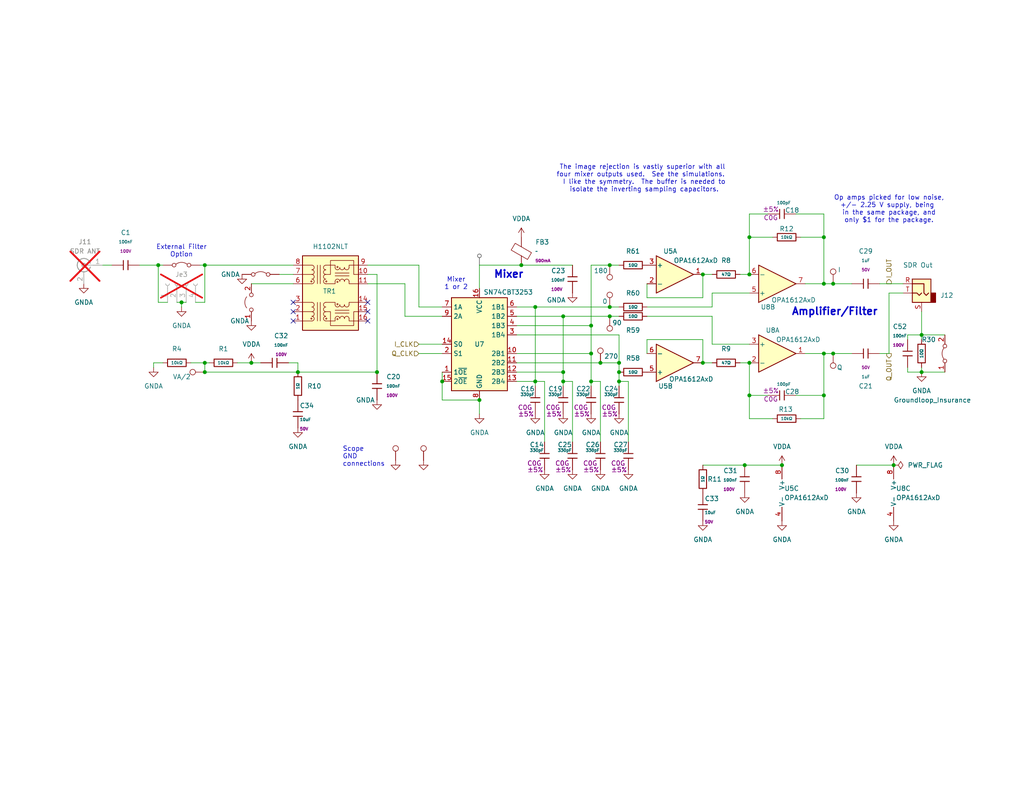
<source format=kicad_sch>
(kicad_sch (version 20250114) (generator "eeschema") (generator_version "9.0")
  (paper "USLetter")
  (title_block (date "2026-01-11") (rev "0.1"))
  (text "Mixer\n1 or 2" (at 124.46 77.47 0) (effects (font (size 1.27 1.27))))
  (text "Op amps picked for low noise,\n+/- 2.25 V supply, being \nin the same package, and\nonly $1 for the package." (at 242.57 57.15 0) (effects (font (size 1.27 1.27))))
  (text "External Filter\nOption" (at 49.53 68.58 0) (effects (font (size 1.27 1.27))))
  (text "The image rejection is vastly superior with all \nfour mixer outputs used.  See the simulations.  \nI like the symmetry.  The buffer is needed to\nisolate the inverting sampling capacitors." (at 175.768 48.768 0) (effects (font (size 1.27 1.27))))
  (text "Mixer" (at 134.62 76.2 0) (effects (font (size 2.0066 2.0066) (thickness 0.4013) (bold yes)) (justify left bottom)))
  (text "Scope \nGND\nconnections" (at 93.472 127.508 0) (effects (font (size 1.27 1.27)) (justify left bottom)))
  (text "Amplifier/Filter\n" (at 215.9 86.36 0) (effects (font (size 2.0066 2.0066) (thickness 0.4013) (bold yes)) (justify left bottom)))
  (junction (at 81.28 101.6))
  (junction (at 203.2 127))
  (junction (at 168.91 99.06))
  (junction (at 43.18 72.39))
  (junction (at 142.24 72.39))
  (junction (at 168.91 101.6))
  (junction (at 153.67 101.6))
  (junction (at 191.77 99.06))
  (junction (at 161.29 96.52))
  (junction (at 55.88 99.06))
  (junction (at 204.47 99.06))
  (junction (at 49.53 82.55))
  (junction (at 224.79 64.77))
  (junction (at 146.05 104.14))
  (junction (at 168.91 104.14))
  (junction (at 227.33 77.47))
  (junction (at 224.79 96.52))
  (junction (at 204.47 107.95))
  (junction (at 224.79 107.95))
  (junction (at 161.29 104.14))
  (junction (at 204.47 74.93))
  (junction (at 204.47 64.77))
  (junction (at 161.29 88.9))
  (junction (at 146.05 83.82))
  (junction (at 251.46 101.6))
  (junction (at 153.67 86.36))
  (junction (at 213.36 127))
  (junction (at 68.58 99.06))
  (junction (at 153.67 104.14))
  (junction (at 55.88 72.39))
  (junction (at 251.46 91.44))
  (junction (at 163.83 99.06))
  (junction (at 130.81 109.22))
  (junction (at 55.88 101.6))
  (junction (at 166.37 86.36))
  (junction (at 166.37 72.39))
  (junction (at 224.79 77.47))
  (junction (at 120.65 104.14))
  (junction (at 166.37 83.82))
  (junction (at 243.84 127))
  (junction (at 227.33 96.52))
  (junction (at 102.87 101.6))
  (junction (at 191.77 74.93))
  (no_connect (at 100.33 87.63))
  (no_connect (at 80.01 87.63))
  (no_connect (at 80.01 85.09))
  (no_connect (at 100.33 85.09))
  (no_connect (at 100.33 82.55))
  (no_connect (at 80.01 82.55))
  (wire (pts (xy 204.47 64.77) (xy 204.47 74.93)))
  (wire (pts (xy 176.53 86.36) (xy 194.31 86.36)))
  (wire (pts (xy 191.77 74.93) (xy 191.77 81.28)))
  (wire (pts (xy 140.97 86.36) (xy 153.67 86.36)))
  (wire (pts (xy 100.33 77.47) (xy 110.49 77.47)))
  (wire (pts (xy 224.79 58.42) (xy 224.79 64.77)))
  (wire (pts (xy 110.49 77.47) (xy 110.49 86.36)))
  (wire (pts (xy 120.65 109.22) (xy 130.81 109.22)))
  (wire (pts (xy 191.77 99.06) (xy 194.31 99.06)))
  (wire (pts (xy 110.49 86.36) (xy 120.65 86.36)))
  (wire (pts (xy 120.65 101.6) (xy 120.65 104.14)))
  (wire (pts (xy 194.31 86.36) (xy 194.31 93.98)))
  (wire (pts (xy 204.47 107.95) (xy 204.47 114.3)))
  (wire (pts (xy 102.87 101.6) (xy 81.28 101.6)))
  (wire (pts (xy 251.46 101.6) (xy 257.81 101.6)))
  (wire (pts (xy 55.88 99.06) (xy 57.15 99.06)))
  (wire (pts (xy 247.65 92.71) (xy 247.65 91.44)))
  (wire (pts (xy 204.47 114.3) (xy 210.82 114.3)))
  (wire (pts (xy 140.97 91.44) (xy 168.91 91.44)))
  (wire (pts (xy 161.29 72.39) (xy 166.37 72.39)))
  (wire (pts (xy 204.47 64.77) (xy 204.47 58.42)))
  (wire (pts (xy 240.03 77.47) (xy 246.38 77.47)))
  (wire (pts (xy 53.34 82.55) (xy 55.88 82.55)))
  (wire (pts (xy 140.97 101.6) (xy 153.67 101.6)))
  (wire (pts (xy 163.83 99.06) (xy 168.91 99.06)))
  (wire (pts (xy 224.79 107.95) (xy 224.79 114.3)))
  (wire (pts (xy 191.77 74.93) (xy 194.31 74.93)))
  (wire (pts (xy 130.81 78.74) (xy 130.81 72.39)))
  (wire (pts (xy 242.57 80.01) (xy 246.38 80.01)))
  (wire (pts (xy 45.72 82.55) (xy 43.18 82.55)))
  (wire (pts (xy 176.53 81.28) (xy 191.77 81.28)))
  (wire (pts (xy 146.05 83.82) (xy 146.05 104.14)))
  (wire (pts (xy 55.88 82.55) (xy 55.88 72.39)))
  (wire (pts (xy 161.29 88.9) (xy 161.29 72.39)))
  (wire (pts (xy 140.97 96.52) (xy 161.29 96.52)))
  (wire (pts (xy 168.91 105.41) (xy 168.91 104.14)))
  (wire (pts (xy 140.97 104.14) (xy 146.05 104.14)))
  (wire (pts (xy 227.33 77.47) (xy 232.41 77.47)))
  (wire (pts (xy 166.37 86.36) (xy 168.91 86.36)))
  (wire (pts (xy 251.46 92.71) (xy 251.46 91.44)))
  (wire (pts (xy 153.67 101.6) (xy 153.67 104.14)))
  (wire (pts (xy 191.77 92.71) (xy 176.53 92.71)))
  (wire (pts (xy 242.57 80.01) (xy 242.57 96.52)))
  (wire (pts (xy 191.77 127) (xy 203.2 127)))
  (wire (pts (xy 68.58 77.47) (xy 80.01 77.47)))
  (wire (pts (xy 148.59 120.65) (xy 148.59 104.14)))
  (wire (pts (xy 153.67 86.36) (xy 166.37 86.36)))
  (wire (pts (xy 168.91 99.06) (xy 168.91 101.6)))
  (wire (pts (xy 100.33 74.93) (xy 102.87 74.93)))
  (wire (pts (xy 161.29 105.41) (xy 161.29 104.14)))
  (wire (pts (xy 140.97 83.82) (xy 146.05 83.82)))
  (wire (pts (xy 227.33 96.52) (xy 232.41 96.52)))
  (wire (pts (xy 71.12 99.06) (xy 68.58 99.06)))
  (wire (pts (xy 224.79 107.95) (xy 224.79 96.52)))
  (wire (pts (xy 114.3 83.82) (xy 114.3 72.39)))
  (wire (pts (xy 217.17 107.95) (xy 224.79 107.95)))
  (wire (pts (xy 54.61 72.39) (xy 55.88 72.39)))
  (wire (pts (xy 257.81 91.44) (xy 251.46 91.44)))
  (wire (pts (xy 224.79 96.52) (xy 227.33 96.52)))
  (wire (pts (xy 156.21 120.65) (xy 156.21 104.14)))
  (wire (pts (xy 55.88 72.39) (xy 80.01 72.39)))
  (wire (pts (xy 153.67 86.36) (xy 153.67 101.6)))
  (wire (pts (xy 247.65 100.33) (xy 247.65 101.6)))
  (wire (pts (xy 251.46 100.33) (xy 251.46 101.6)))
  (wire (pts (xy 176.53 83.82) (xy 194.31 83.82)))
  (wire (pts (xy 218.44 64.77) (xy 224.79 64.77)))
  (wire (pts (xy 41.91 99.06) (xy 41.91 100.33)))
  (wire (pts (xy 194.31 80.01) (xy 204.47 80.01)))
  (wire (pts (xy 120.65 83.82) (xy 114.3 83.82)))
  (wire (pts (xy 146.05 104.14) (xy 146.05 105.41)))
  (wire (pts (xy 130.81 72.39) (xy 142.24 72.39)))
  (wire (pts (xy 41.91 99.06) (xy 44.45 99.06)))
  (wire (pts (xy 204.47 107.95) (xy 209.55 107.95)))
  (wire (pts (xy 81.28 99.06) (xy 81.28 101.6)))
  (wire (pts (xy 168.91 91.44) (xy 168.91 99.06)))
  (wire (pts (xy 201.93 74.93) (xy 204.47 74.93)))
  (wire (pts (xy 247.65 91.44) (xy 251.46 91.44)))
  (wire (pts (xy 55.88 99.06) (xy 52.07 99.06)))
  (wire (pts (xy 204.47 58.42) (xy 209.55 58.42)))
  (wire (pts (xy 203.2 127) (xy 213.36 127)))
  (wire (pts (xy 168.91 104.14) (xy 171.45 104.14)))
  (wire (pts (xy 130.81 109.22) (xy 130.81 113.03)))
  (wire (pts (xy 55.88 101.6) (xy 55.88 99.06)))
  (wire (pts (xy 166.37 83.82) (xy 168.91 83.82)))
  (wire (pts (xy 171.45 120.65) (xy 171.45 104.14)))
  (wire (pts (xy 76.2 74.93) (xy 80.01 74.93)))
  (wire (pts (xy 48.26 82.55) (xy 49.53 82.55)))
  (wire (pts (xy 43.18 82.55) (xy 43.18 72.39)))
  (wire (pts (xy 146.05 83.82) (xy 166.37 83.82)))
  (wire (pts (xy 217.17 58.42) (xy 224.79 58.42)))
  (wire (pts (xy 176.53 92.71) (xy 176.53 96.52)))
  (wire (pts (xy 161.29 104.14) (xy 161.29 96.52)))
  (wire (pts (xy 148.59 104.14) (xy 146.05 104.14)))
  (wire (pts (xy 247.65 101.6) (xy 251.46 101.6)))
  (wire (pts (xy 191.77 99.06) (xy 191.77 92.71)))
  (wire (pts (xy 224.79 77.47) (xy 227.33 77.47)))
  (wire (pts (xy 27.94 72.39) (xy 30.48 72.39)))
  (wire (pts (xy 233.68 127) (xy 243.84 127)))
  (wire (pts (xy 100.33 72.39) (xy 114.3 72.39)))
  (wire (pts (xy 114.3 96.52) (xy 120.65 96.52)))
  (wire (pts (xy 194.31 83.82) (xy 194.31 80.01)))
  (wire (pts (xy 49.53 82.55) (xy 50.8 82.55)))
  (wire (pts (xy 240.03 96.52) (xy 242.57 96.52)))
  (wire (pts (xy 102.87 74.93) (xy 102.87 101.6)))
  (wire (pts (xy 251.46 85.09) (xy 251.46 91.44)))
  (wire (pts (xy 114.3 93.98) (xy 120.65 93.98)))
  (wire (pts (xy 166.37 72.39) (xy 168.91 72.39)))
  (wire (pts (xy 176.53 77.47) (xy 176.53 81.28)))
  (wire (pts (xy 140.97 88.9) (xy 161.29 88.9)))
  (wire (pts (xy 43.18 72.39) (xy 44.45 72.39)))
  (wire (pts (xy 219.71 77.47) (xy 224.79 77.47)))
  (wire (pts (xy 219.71 96.52) (xy 224.79 96.52)))
  (wire (pts (xy 120.65 104.14) (xy 120.65 109.22)))
  (wire (pts (xy 163.83 104.14) (xy 161.29 104.14)))
  (wire (pts (xy 49.53 82.55) (xy 49.53 83.82)))
  (wire (pts (xy 156.21 104.14) (xy 153.67 104.14)))
  (wire (pts (xy 194.31 93.98) (xy 204.47 93.98)))
  (wire (pts (xy 78.74 99.06) (xy 81.28 99.06)))
  (wire (pts (xy 224.79 64.77) (xy 224.79 77.47)))
  (wire (pts (xy 161.29 96.52) (xy 161.29 88.9)))
  (wire (pts (xy 201.93 99.06) (xy 204.47 99.06)))
  (wire (pts (xy 218.44 114.3) (xy 224.79 114.3)))
  (wire (pts (xy 140.97 99.06) (xy 163.83 99.06)))
  (wire (pts (xy 204.47 64.77) (xy 210.82 64.77)))
  (wire (pts (xy 163.83 120.65) (xy 163.83 104.14)))
  (wire (pts (xy 142.24 72.39) (xy 156.21 72.39)))
  (wire (pts (xy 81.28 101.6) (xy 55.88 101.6)))
  (wire (pts (xy 204.47 99.06) (xy 204.47 107.95)))
  (wire (pts (xy 168.91 104.14) (xy 168.91 101.6)))
  (wire (pts (xy 64.77 99.06) (xy 68.58 99.06)))
  (wire (pts (xy 38.1 72.39) (xy 43.18 72.39)))
  (wire (pts (xy 153.67 104.14) (xy 153.67 105.41)))
  (hierarchical_label "I_OUT" (shape output) (at 242.57 77.47 90))
  (hierarchical_label "Q_CLK" (shape input) (at 114.3 96.52 180))
  (hierarchical_label "Q_OUT" (shape output) (at 242.57 96.52 270))
  (hierarchical_label "I_CLK" (shape input) (at 114.3 93.98 180))
  (netclass_flag "" (length 2.54) (shape round) (at 130.81 72.39 0) (property "Netclass" "5V0" (effects (hide yes))))
  (symbol (lib_id "power:GNDA") (at 68.58 87.63 0) (unit 1)
    (property "Reference" "#PWR021" (effects (hide yes)))
    (property "Value" "GNDA" (at 65.405 87.63 0))
  )
  (symbol (lib_id "power:VDDA") (at 142.24 64.77 0) (unit 1)
    (property "Reference" "#PWR028" (effects (hide yes)))
    (property "Value" "VDDA" (at 142.24 59.69 0))
  )
  (symbol (lib_id "power:GNDA") (at 171.45 128.27 0) (unit 1)
    (property "Reference" "#PWR037" (effects (hide yes)))
    (property "Value" "GNDA" (at 171.45 133.35 0))
  )
  (symbol (lib_name "GND_1") (lib_id "power:GND") (at 107.95 125.73 0) (unit 1)
    (property "Reference" "#PWR025" (effects (hide yes)))
    (property "Value" "GND" (effects (hide yes)))
  )
  (symbol (lib_id "PCM_JLCPCB-Capacitors:0603,330pF") (at 146.05 109.22 0) (unit 1)
    (property "Reference" "C16" (at 141.986 106.172 0) (effects (justify left)))
    (property "Value" "330pF" (at 141.986 107.696 0) (effects (font (size 0.8 0.8)) (justify left)))
    (property "Footprint" "PCM_JLCPCB:C_0603" (effects (hide yes)))
    (property "Datasheet" "https://www.lcsc.com/datasheet/lcsc_datasheet_2304140030_Samsung-Electro-Mechanics-CL10C331JB8NNNC_C1664.pdf" (effects (hide yes)))
    (property "Description" "50V 330pF C0G ±5% 0603 Multilayer Ceramic Capacitors MLCC - SMD/SMT ROHS" (effects (hide yes)))
    (property "LCSC" "C1664" (effects (hide yes)))
    (property "Stock" "352516" (effects (hide yes)))
    (property "Price" "0.010USD" (effects (hide yes)))
    (property "Process" "SMT" (effects (hide yes)))
    (property "Minimum Qty" "20" (effects (hide yes)))
    (property "Attrition Qty" "10" (effects (hide yes)))
    (property "Class" "Basic Component" (effects (hide yes)))
    (property "Category" "Capacitors,Multilayer Ceramic Capacitors MLCC - SMD/SMT" (effects (hide yes)))
    (property "Manufacturer" "Samsung Electro-Mechanics" (effects (hide yes)))
    (property "Part" "CL10C331JB8NNNC" (effects (hide yes)))
    (property "Voltage Rated" "50V" (effects (hide yes)))
    (property "Tolerance" "±5%" (at 143.51 113.03 0))
    (property "Capacitance" "330pF" (effects (hide yes)))
    (property "Temperature Coefficient" "C0G" (at 143.256 111.252 0))
  )
  (symbol (lib_id "Connector:Conn_Coaxial") (at 22.86 72.39 0) (mirror y) (unit 1) (dnp yes)
    (property "Reference" "J11" (at 23.1774 66.04 0))
    (property "Value" "SDR ANT" (at 23.1774 68.58 0))
    (property "Footprint" "Connector_Coaxial:BNC_TEConnectivity_1478204_Vertical" (effects (hide yes)))
  )
  (symbol (lib_id "PCM_JLCPCB-Resistors:0805,10kΩ") (at 48.26 99.06 90) (unit 1)
    (property "Reference" "R4" (at 48.26 95.25 90))
    (property "Value" "10kΩ" (at 48.26 99.06 90) (effects (font (size 0.8 0.8))))
    (property "Footprint" "PCM_JLCPCB:R_0805" (effects (hide yes)))
    (property "Datasheet" "https://www.lcsc.com/datasheet/lcsc_datasheet_2411221126_UNI-ROYAL-Uniroyal-Elec-0805W8F1002T5E_C17414.pdf" (effects (hide yes)))
    (property "Description" "125mW Thick Film Resistors 150V ±100ppm/°C ±1% 10kΩ 0805 Chip Resistor - Surface Mount ROHS" (effects (hide yes)))
    (property "LCSC" "C17414" (effects (hide yes)))
    (property "Stock" "12301172" (effects (hide yes)))
    (property "Price" "0.005USD" (effects (hide yes)))
    (property "Process" "SMT" (effects (hide yes)))
    (property "Minimum Qty" "20" (effects (hide yes)))
    (property "Attrition Qty" "10" (effects (hide yes)))
    (property "Class" "Basic Component" (effects (hide yes)))
    (property "Category" "Resistors,Chip Resistor - Surface Mount" (effects (hide yes)))
    (property "Manufacturer" "UNI-ROYAL(Uniroyal Elec)" (effects (hide yes)))
    (property "Part" "0805W8F1002T5E" (effects (hide yes)))
    (property "Resistance" "10kΩ" (effects (hide yes)))
    (property "Power(Watts)" "125mW" (effects (hide yes)))
    (property "Type" "Thick Film Resistors" (effects (hide yes)))
    (property "Overload Voltage (Max)" "150V" (effects (hide yes)))
    (property "Operating Temperature Range" "-55°C~+155°C" (effects (hide yes)))
    (property "Tolerance" "±1%" (effects (hide yes)))
    (property "Temperature Coefficient" "±100ppm/°C" (effects (hide yes)))
  )
  (symbol (lib_id "PCM_JLCPCB-Resistors:0402,10Ω") (at 172.72 72.39 90) (unit 1)
    (property "Reference" "R61" (at 172.72 68.58 90))
    (property "Value" "10Ω" (at 172.72 72.39 90) (effects (font (size 0.8 0.8))))
    (property "Footprint" "PCM_JLCPCB:R_0402" (effects (hide yes)))
    (property "Datasheet" "https://www.lcsc.com/datasheet/lcsc_datasheet_2411221126_UNI-ROYAL-Uniroyal-Elec-0402WGF100JTCE_C25077.pdf" (effects (hide yes)))
    (property "Description" "62.5mW Thick Film Resistors 50V ±1% ±200ppm/°C 10Ω 0402 Chip Resistor - Surface Mount ROHS" (effects (hide yes)))
    (property "LCSC" "C25077" (effects (hide yes)))
    (property "Stock" "4873481" (effects (hide yes)))
    (property "Price" "0.004USD" (effects (hide yes)))
    (property "Process" "SMT" (effects (hide yes)))
    (property "Minimum Qty" "20" (effects (hide yes)))
    (property "Attrition Qty" "10" (effects (hide yes)))
    (property "Class" "Basic Component" (effects (hide yes)))
    (property "Category" "Resistors,Chip Resistor - Surface Mount" (effects (hide yes)))
    (property "Manufacturer" "UNI-ROYAL(Uniroyal Elec)" (effects (hide yes)))
    (property "Part" "0402WGF100JTCE" (effects (hide yes)))
    (property "Resistance" "10Ω" (effects (hide yes)))
    (property "Power(Watts)" "62.5mW" (effects (hide yes)))
    (property "Type" "Thick Film Resistors" (effects (hide yes)))
    (property "Overload Voltage (Max)" "50V" (effects (hide yes)))
    (property "Operating Temperature Range" "-55°C~+155°C" (effects (hide yes)))
    (property "Tolerance" "±1%" (effects (hide yes)))
    (property "Temperature Coefficient" "±200ppm/°C" (effects (hide yes)))
  )
  (symbol (lib_id "Connector:TestPoint") (at 55.88 101.6 90) (unit 1)
    (property "Reference" "TP11" (effects (hide yes)))
    (property "Value" "VA/2" (at 52.07 102.87 90) (effects (justify left)))
    (property "Footprint" "TestPoint:TestPoint_THTPad_D1.5mm_Drill0.7mm" (effects (hide yes)))
  )
  (symbol (lib_id "Connector:TestPoint") (at 227.33 77.47 0) (unit 1)
    (property "Reference" "TP17" (effects (hide yes)))
    (property "Value" "I" (at 228.6 73.66 0) (effects (justify left)))
    (property "Footprint" "TestPoint:TestPoint_THTPad_D1.5mm_Drill0.7mm" (effects (hide yes)))
  )
  (symbol (lib_id "power:GNDA") (at 213.36 142.24 0) (unit 1)
    (property "Reference" "#PWR041" (effects (hide yes)))
    (property "Value" "GNDA" (at 213.36 147.32 0))
  )
  (symbol (lib_id "PCM_JLCPCB-Capacitors:0805,100nF") (at 233.68 130.81 180) (unit 1)
    (property "Reference" "C30" (at 227.838 128.5239 0) (effects (justify right)))
    (property "Value" "100nF" (at 227.838 131.064 0) (effects (font (size 0.8 0.8)) (justify right)))
    (property "Footprint" "PCM_JLCPCB:C_0805" (effects (hide yes)))
    (property "Datasheet" "https://www.lcsc.com/datasheet/lcsc_datasheet_2304140030_Samsung-Electro-Mechanics-CL21B104KCFNNNE_C28233.pdf" (effects (hide yes)))
    (property "Description" "100V 100nF X7R ±10% 0805 Multilayer Ceramic Capacitors MLCC - SMD/SMT ROHS" (effects (hide yes)))
    (property "LCSC" "C28233" (effects (hide yes)))
    (property "Stock" "1168020" (effects (hide yes)))
    (property "Price" "0.009USD" (effects (hide yes)))
    (property "Process" "SMT" (effects (hide yes)))
    (property "Minimum Qty" "20" (effects (hide yes)))
    (property "Attrition Qty" "10" (effects (hide yes)))
    (property "Class" "Basic Component" (effects (hide yes)))
    (property "Category" "Capacitors,Multilayer Ceramic Capacitors MLCC - SMD/SMT" (effects (hide yes)))
    (property "Manufacturer" "Samsung Electro-Mechanics" (effects (hide yes)))
    (property "Part" "CL21B104KCFNNNE" (effects (hide yes)))
    (property "Voltage Rated" "100V" (at 227.838 133.604 0) (effects (font (size 0.8 0.8)) (justify right)))
    (property "Tolerance" "±10%" (effects (hide yes)))
    (property "Capacitance" "100nF" (effects (hide yes)))
    (property "Temperature Coefficient" "X7R" (effects (hide yes)))
  )
  (symbol (lib_id "power:VDDA") (at 213.36 127 0) (unit 1)
    (property "Reference" "#PWR040" (effects (hide yes)))
    (property "Value" "VDDA" (at 213.36 121.92 0))
  )
  (symbol (lib_id "power:GNDA") (at 156.21 80.01 0) (unit 1)
    (property "Reference" "#PWR032" (effects (hide yes)))
    (property "Value" "GNDA" (at 151.765 81.915 0))
  )
  (symbol (lib_id "Transformer:PT61017PEL") (at 90.17 80.01 0) (unit 1)
    (property "Reference" "TR1" (at 89.916 79.502 0))
    (property "Value" "H1102NLT" (at 90.17 67.31 0))
    (property "Footprint" "Intro_to_CAD:XFMR_H1102NLT" (effects (hide yes)))
    (property "Datasheet" "https://jlcpcb.com/api/file/downloadByFileSystemAccessId/8590909348199538688" (effects (hide yes)))
    (property "Description" "Ethernet LAN 10/100 Base-Tx Transformer with Center Taps" (effects (hide yes)))
    (property "LCSC" "C20623173" (effects (hide yes)))
  )
  (symbol (lib_id "PCM_JLCPCB-Resistors:0805,47Ω") (at 198.12 74.93 90) (unit 1)
    (property "Reference" "R8" (at 198.12 71.12 90))
    (property "Value" "47Ω" (at 198.12 74.93 90) (effects (font (size 0.8 0.8))))
    (property "Footprint" "PCM_JLCPCB:R_0805" (effects (hide yes)))
    (property "Datasheet" "https://www.lcsc.com/datasheet/lcsc_datasheet_2206010200_UNI-ROYAL-Uniroyal-Elec-0805W8F470JT5E_C17714.pdf" (effects (hide yes)))
    (property "Description" "125mW Thick Film Resistors 150V ±1% ±200ppm/°C 47Ω 0805 Chip Resistor - Surface Mount ROHS" (effects (hide yes)))
    (property "LCSC" "C17714" (effects (hide yes)))
    (property "Stock" "284364" (effects (hide yes)))
    (property "Price" "0.005USD" (effects (hide yes)))
    (property "Process" "SMT" (effects (hide yes)))
    (property "Minimum Qty" "20" (effects (hide yes)))
    (property "Attrition Qty" "10" (effects (hide yes)))
    (property "Class" "Basic Component" (effects (hide yes)))
    (property "Category" "Resistors,Chip Resistor - Surface Mount" (effects (hide yes)))
    (property "Manufacturer" "UNI-ROYAL(Uniroyal Elec)" (effects (hide yes)))
    (property "Part" "0805W8F470JT5E" (effects (hide yes)))
    (property "Resistance" "47Ω" (effects (hide yes)))
    (property "Power(Watts)" "125mW" (effects (hide yes)))
    (property "Type" "Thick Film Resistors" (effects (hide yes)))
    (property "Overload Voltage (Max)" "150V" (effects (hide yes)))
    (property "Operating Temperature Range" "-55°C~+155°C" (effects (hide yes)))
    (property "Tolerance" "±1%" (effects (hide yes)))
    (property "Temperature Coefficient" "±200ppm/°C" (effects (hide yes)))
  )
  (symbol (lib_id "PCM_JLCPCB-Capacitors:0805,100nF") (at 74.93 99.06 90) (unit 1)
    (property "Reference" "C32" (at 76.708 91.694 90))
    (property "Value" "100nF" (at 76.708 94.234 90) (effects (font (size 0.8 0.8))))
    (property "Footprint" "PCM_JLCPCB:C_0805" (effects (hide yes)))
    (property "Datasheet" "https://www.lcsc.com/datasheet/lcsc_datasheet_2304140030_Samsung-Electro-Mechanics-CL21B104KCFNNNE_C28233.pdf" (effects (hide yes)))
    (property "Description" "100V 100nF X7R ±10% 0805 Multilayer Ceramic Capacitors MLCC - SMD/SMT ROHS" (effects (hide yes)))
    (property "LCSC" "C28233" (effects (hide yes)))
    (property "Stock" "1168020" (effects (hide yes)))
    (property "Price" "0.009USD" (effects (hide yes)))
    (property "Process" "SMT" (effects (hide yes)))
    (property "Minimum Qty" "20" (effects (hide yes)))
    (property "Attrition Qty" "10" (effects (hide yes)))
    (property "Class" "Basic Component" (effects (hide yes)))
    (property "Category" "Capacitors,Multilayer Ceramic Capacitors MLCC - SMD/SMT" (effects (hide yes)))
    (property "Manufacturer" "Samsung Electro-Mechanics" (effects (hide yes)))
    (property "Part" "CL21B104KCFNNNE" (effects (hide yes)))
    (property "Voltage Rated" "100V" (at 76.708 96.774 90) (effects (font (size 0.8 0.8))))
    (property "Tolerance" "±10%" (effects (hide yes)))
    (property "Capacitance" "100nF" (effects (hide yes)))
    (property "Temperature Coefficient" "X7R" (effects (hide yes)))
  )
  (symbol (lib_id "power:VDDA") (at 68.58 99.06 0) (unit 1)
    (property "Reference" "#PWR022" (effects (hide yes)))
    (property "Value" "VDDA" (at 68.58 93.98 0))
  )
  (symbol (lib_id "PCM_JLCPCB-Capacitors:0603,330pF") (at 153.67 109.22 0) (unit 1)
    (property "Reference" "C19" (at 149.606 106.172 0) (effects (justify left)))
    (property "Value" "330pF" (at 149.606 107.696 0) (effects (font (size 0.8 0.8)) (justify left)))
    (property "Footprint" "PCM_JLCPCB:C_0603" (effects (hide yes)))
    (property "Datasheet" "https://www.lcsc.com/datasheet/lcsc_datasheet_2304140030_Samsung-Electro-Mechanics-CL10C331JB8NNNC_C1664.pdf" (effects (hide yes)))
    (property "Description" "50V 330pF C0G ±5% 0603 Multilayer Ceramic Capacitors MLCC - SMD/SMT ROHS" (effects (hide yes)))
    (property "LCSC" "C1664" (effects (hide yes)))
    (property "Stock" "352516" (effects (hide yes)))
    (property "Price" "0.010USD" (effects (hide yes)))
    (property "Process" "SMT" (effects (hide yes)))
    (property "Minimum Qty" "20" (effects (hide yes)))
    (property "Attrition Qty" "10" (effects (hide yes)))
    (property "Class" "Basic Component" (effects (hide yes)))
    (property "Category" "Capacitors,Multilayer Ceramic Capacitors MLCC - SMD/SMT" (effects (hide yes)))
    (property "Manufacturer" "Samsung Electro-Mechanics" (effects (hide yes)))
    (property "Part" "CL10C331JB8NNNC" (effects (hide yes)))
    (property "Voltage Rated" "50V" (effects (hide yes)))
    (property "Tolerance" "±5%" (at 151.13 113.03 0))
    (property "Capacitance" "330pF" (effects (hide yes)))
    (property "Temperature Coefficient" "C0G" (at 150.876 111.252 0))
  )
  (symbol (lib_id "power:GNDA") (at 148.59 128.27 0) (unit 1)
    (property "Reference" "#PWR030" (effects (hide yes)))
    (property "Value" "GNDA" (at 148.59 133.35 0))
  )
  (symbol (lib_id "PCM_JLCPCB-Resistors:0805,10kΩ") (at 214.63 114.3 90) (unit 1)
    (property "Reference" "R13" (at 214.376 111.76 90))
    (property "Value" "10kΩ" (at 214.63 114.3 90) (effects (font (size 0.8 0.8))))
    (property "Footprint" "PCM_JLCPCB:R_0805" (effects (hide yes)))
    (property "Datasheet" "https://www.lcsc.com/datasheet/lcsc_datasheet_2411221126_UNI-ROYAL-Uniroyal-Elec-0805W8F1002T5E_C17414.pdf" (effects (hide yes)))
    (property "Description" "125mW Thick Film Resistors 150V ±100ppm/°C ±1% 10kΩ 0805 Chip Resistor - Surface Mount ROHS" (effects (hide yes)))
    (property "LCSC" "C17414" (effects (hide yes)))
    (property "Stock" "12301172" (effects (hide yes)))
    (property "Price" "0.005USD" (effects (hide yes)))
    (property "Process" "SMT" (effects (hide yes)))
    (property "Minimum Qty" "20" (effects (hide yes)))
    (property "Attrition Qty" "10" (effects (hide yes)))
    (property "Class" "Basic Component" (effects (hide yes)))
    (property "Category" "Resistors,Chip Resistor - Surface Mount" (effects (hide yes)))
    (property "Manufacturer" "UNI-ROYAL(Uniroyal Elec)" (effects (hide yes)))
    (property "Part" "0805W8F1002T5E" (effects (hide yes)))
    (property "Resistance" "10kΩ" (effects (hide yes)))
    (property "Power(Watts)" "125mW" (effects (hide yes)))
    (property "Type" "Thick Film Resistors" (effects (hide yes)))
    (property "Overload Voltage (Max)" "150V" (effects (hide yes)))
    (property "Operating Temperature Range" "-55°C~+155°C" (effects (hide yes)))
    (property "Tolerance" "±1%" (effects (hide yes)))
    (property "Temperature Coefficient" "±100ppm/°C" (effects (hide yes)))
  )
  (symbol (lib_id "PCM_JLCPCB-Capacitors:0805,100nF") (at 247.65 96.52 180) (unit 1)
    (property "Reference" "C52" (at 243.586 89.1539 0) (effects (justify right)))
    (property "Value" "100nF" (at 243.586 91.694 0) (effects (font (size 0.8 0.8)) (justify right)))
    (property "Footprint" "PCM_JLCPCB:C_0805" (effects (hide yes)))
    (property "Datasheet" "https://www.lcsc.com/datasheet/lcsc_datasheet_2304140030_Samsung-Electro-Mechanics-CL21B104KCFNNNE_C28233.pdf" (effects (hide yes)))
    (property "Description" "100V 100nF X7R ±10% 0805 Multilayer Ceramic Capacitors MLCC - SMD/SMT ROHS" (effects (hide yes)))
    (property "LCSC" "C28233" (effects (hide yes)))
    (property "Stock" "1168020" (effects (hide yes)))
    (property "Price" "0.009USD" (effects (hide yes)))
    (property "Process" "SMT" (effects (hide yes)))
    (property "Minimum Qty" "20" (effects (hide yes)))
    (property "Attrition Qty" "10" (effects (hide yes)))
    (property "Class" "Basic Component" (effects (hide yes)))
    (property "Category" "Capacitors,Multilayer Ceramic Capacitors MLCC - SMD/SMT" (effects (hide yes)))
    (property "Manufacturer" "Samsung Electro-Mechanics" (effects (hide yes)))
    (property "Part" "CL21B104KCFNNNE" (effects (hide yes)))
    (property "Voltage Rated" "100V" (at 243.586 94.234 0) (effects (font (size 0.8 0.8)) (justify right)))
    (property "Tolerance" "±10%" (effects (hide yes)))
    (property "Capacitance" "100nF" (effects (hide yes)))
    (property "Temperature Coefficient" "X7R" (effects (hide yes)))
  )
  (symbol (lib_id "PCM_JLCPCB-Capacitors:1206,10uF") (at 81.28 113.03 0) (unit 1)
    (property "Reference" "C34" (at 81.788 110.744 0) (effects (justify left)))
    (property "Value" "10uF" (at 81.788 114.554 0) (effects (font (size 0.8 0.8)) (justify left)))
    (property "Footprint" "PCM_JLCPCB:C_1206" (effects (hide yes)))
    (property "Datasheet" "https://www.lcsc.com/datasheet/lcsc_datasheet_2304140030_Samsung-Electro-Mechanics-CL31A106KBHNNNE_C13585.pdf" (effects (hide yes)))
    (property "Description" "50V 10uF X5R ±10% 1206 Multilayer Ceramic Capacitors MLCC - SMD/SMT ROHS" (effects (hide yes)))
    (property "LCSC" "C13585" (effects (hide yes)))
    (property "Stock" "3698334" (effects (hide yes)))
    (property "Price" "0.035USD" (effects (hide yes)))
    (property "Process" "SMT" (effects (hide yes)))
    (property "Minimum Qty" "5" (effects (hide yes)))
    (property "Attrition Qty" "4" (effects (hide yes)))
    (property "Class" "Basic Component" (effects (hide yes)))
    (property "Category" "Capacitors,Multilayer Ceramic Capacitors MLCC - SMD/SMT" (effects (hide yes)))
    (property "Manufacturer" "Samsung Electro-Mechanics" (effects (hide yes)))
    (property "Part" "CL31A106KBHNNNE" (effects (hide yes)))
    (property "Voltage Rated" "50V" (at 81.788 117.094 0) (effects (font (size 0.8 0.8)) (justify left)))
    (property "Tolerance" "±10%" (effects (hide yes)))
    (property "Capacitance" "10uF" (effects (hide yes)))
    (property "Temperature Coefficient" "X5R" (effects (hide yes)))
  )
  (symbol (lib_id "power:GNDA") (at 233.68 134.62 0) (unit 1)
    (property "Reference" "#PWR042" (effects (hide yes)))
    (property "Value" "GNDA" (at 233.68 139.7 0))
  )
  (symbol (lib_id "Jumper:Jumper_2_Bridged") (at 49.53 72.39 0) (unit 1) (exclude_from_sim yes)
    (property "Reference" "JP86" (effects (hide yes)))
    (property "Value" "Jumper_2_Bridged" (effects (hide yes)))
    (property "Footprint" "Jumper:SolderJumper-2_P1.3mm_Bridged2Bar_RoundedPad1.0x1.5mm" (effects (hide yes)))
    (property "Description" "Jumper, 2-pole, closed/bridged" (effects (hide yes)))
  )
  (symbol (lib_id "power:GNDA") (at 203.2 134.62 0) (unit 1)
    (property "Reference" "#PWR039" (effects (hide yes)))
    (property "Value" "GNDA" (at 203.2 139.7 0))
  )
  (symbol (lib_id "Jumper:Jumper_2_Open") (at 68.58 82.55 90) (unit 1)
    (property "Reference" "JP88" (effects (hide yes)))
    (property "Value" "GND_LP_SND" (effects (hide yes)))
    (property "Footprint" "Jumper:SolderJumper-2_P1.3mm_Open_RoundedPad1.0x1.5mm" (effects (hide yes)))
  )
  (symbol (lib_id "Connector_Audio:AudioJack2_Ground") (at 251.46 80.01 0) (mirror y) (unit 1)
    (property "Reference" "J12" (at 256.54 80.645 0) (effects (justify right)))
    (property "Value" "SDR Out" (at 246.38 72.39 0) (effects (justify right)))
    (property "Footprint" "Intro_to_CAD:Jack_3.5mm_CUI_SJ-3523-SMT_Horizontal" (effects (hide yes)))
    (property "Datasheet" "https://www.lcsc.com/datasheet/lcsc_datasheet_1811132022_BOOMELE-Boom-Precision-Elec-PJ-320B_C18594.pdf" (effects (hide yes)))
    (property "LCSC" "C18594" (effects (hide yes)))
  )
  (symbol (lib_id "Connector:TestPoint") (at 166.37 83.82 0) (unit 1)
    (property "Reference" "TP14" (effects (hide yes)))
    (property "Value" "0" (at 164.338 82.296 0) (effects (justify left)))
    (property "Footprint" "TestPoint:TestPoint_THTPad_D1.5mm_Drill0.7mm" (effects (hide yes)))
  )
  (symbol (lib_id "PCM_JLCPCB-Capacitors:0805,100nF") (at 102.87 105.41 180) (unit 1)
    (property "Reference" "C20" (at 105.41 102.8699 0) (effects (justify right)))
    (property "Value" "100nF" (at 105.41 105.41 0) (effects (font (size 0.8 0.8)) (justify right)))
    (property "Footprint" "PCM_JLCPCB:C_0805" (effects (hide yes)))
    (property "Datasheet" "https://www.lcsc.com/datasheet/lcsc_datasheet_2304140030_Samsung-Electro-Mechanics-CL21B104KCFNNNE_C28233.pdf" (effects (hide yes)))
    (property "Description" "100V 100nF X7R ±10% 0805 Multilayer Ceramic Capacitors MLCC - SMD/SMT ROHS" (effects (hide yes)))
    (property "LCSC" "C28233" (effects (hide yes)))
    (property "Stock" "1168020" (effects (hide yes)))
    (property "Price" "0.009USD" (effects (hide yes)))
    (property "Process" "SMT" (effects (hide yes)))
    (property "Minimum Qty" "20" (effects (hide yes)))
    (property "Attrition Qty" "10" (effects (hide yes)))
    (property "Class" "Basic Component" (effects (hide yes)))
    (property "Category" "Capacitors,Multilayer Ceramic Capacitors MLCC - SMD/SMT" (effects (hide yes)))
    (property "Manufacturer" "Samsung Electro-Mechanics" (effects (hide yes)))
    (property "Part" "CL21B104KCFNNNE" (effects (hide yes)))
    (property "Voltage Rated" "100V" (at 105.41 107.95 0) (effects (font (size 0.8 0.8)) (justify right)))
    (property "Tolerance" "±10%" (effects (hide yes)))
    (property "Capacitance" "100nF" (effects (hide yes)))
    (property "Temperature Coefficient" "X7R" (effects (hide yes)))
  )
  (symbol (lib_id "PCM_JLCPCB-Capacitors:0805,1uF") (at 236.22 96.52 270) (unit 1)
    (property "Reference" "C21" (at 236.22 105.41 90))
    (property "Value" "1uF" (at 236.22 102.87 90) (effects (font (size 0.8 0.8))))
    (property "Footprint" "PCM_JLCPCB:C_0805" (effects (hide yes)))
    (property "Datasheet" "https://www.lcsc.com/datasheet/lcsc_datasheet_2304140030_Samsung-Electro-Mechanics-CL21B105KBFNNNE_C28323.pdf" (effects (hide yes)))
    (property "Description" "50V 1uF X7R ±10% 0805 Multilayer Ceramic Capacitors MLCC - SMD/SMT ROHS" (effects (hide yes)))
    (property "LCSC" "C28323" (effects (hide yes)))
    (property "Stock" "4334256" (effects (hide yes)))
    (property "Price" "0.012USD" (effects (hide yes)))
    (property "Process" "SMT" (effects (hide yes)))
    (property "Minimum Qty" "20" (effects (hide yes)))
    (property "Attrition Qty" "10" (effects (hide yes)))
    (property "Class" "Basic Component" (effects (hide yes)))
    (property "Category" "Capacitors,Multilayer Ceramic Capacitors MLCC - SMD/SMT" (effects (hide yes)))
    (property "Manufacturer" "Samsung Electro-Mechanics" (effects (hide yes)))
    (property "Part" "CL21B105KBFNNNE" (effects (hide yes)))
    (property "Voltage Rated" "50V" (at 236.22 100.33 90) (effects (font (size 0.8 0.8))))
    (property "Tolerance" "±10%" (effects (hide yes)))
    (property "Capacitance" "1uF" (effects (hide yes)))
    (property "Temperature Coefficient" "X7R" (effects (hide yes)))
  )
  (symbol (lib_name "GND_1") (lib_id "power:GND") (at 115.57 125.73 0) (unit 1)
    (property "Reference" "#PWR026" (effects (hide yes)))
    (property "Value" "GND" (effects (hide yes)))
  )
  (symbol (lib_id "Amplifier_Operational:OPA1612AxD") (at 215.9 134.62 0) (unit 3)
    (property "Reference" "U5" (at 213.995 133.3499 0) (effects (justify left)))
    (property "Value" "OPA1612AxD" (at 213.995 135.8899 0) (effects (justify left)))
    (property "Footprint" "Package_SO:SOIC-8_3.9x4.9mm_P1.27mm" (effects (hide yes)))
    (property "Datasheet" "http://www.ti.com/lit/ds/symlink/opa1612.pdf" (effects (hide yes)))
    (property "Description" "Dual SoundPlus High Performance, Bipolar-Input Audio Operational Amplifiers, SOIC-8" (effects (hide yes)))
    (property "LCSC" "C94590" (effects (hide yes)))
    (property "JLC" "Extended" (effects (hide yes)))
    (property "JLCPCB Rotation Offset" "-90" (effects (hide yes)))
  )
  (symbol (lib_id "PCM_JLCPCB-Capacitors:0603,330pF") (at 161.29 109.22 0) (unit 1)
    (property "Reference" "C22" (at 157.226 106.172 0) (effects (justify left)))
    (property "Value" "330pF" (at 157.226 107.696 0) (effects (font (size 0.8 0.8)) (justify left)))
    (property "Footprint" "PCM_JLCPCB:C_0603" (effects (hide yes)))
    (property "Datasheet" "https://www.lcsc.com/datasheet/lcsc_datasheet_2304140030_Samsung-Electro-Mechanics-CL10C331JB8NNNC_C1664.pdf" (effects (hide yes)))
    (property "Description" "50V 330pF C0G ±5% 0603 Multilayer Ceramic Capacitors MLCC - SMD/SMT ROHS" (effects (hide yes)))
    (property "LCSC" "C1664" (effects (hide yes)))
    (property "Stock" "352516" (effects (hide yes)))
    (property "Price" "0.010USD" (effects (hide yes)))
    (property "Process" "SMT" (effects (hide yes)))
    (property "Minimum Qty" "20" (effects (hide yes)))
    (property "Attrition Qty" "10" (effects (hide yes)))
    (property "Class" "Basic Component" (effects (hide yes)))
    (property "Category" "Capacitors,Multilayer Ceramic Capacitors MLCC - SMD/SMT" (effects (hide yes)))
    (property "Manufacturer" "Samsung Electro-Mechanics" (effects (hide yes)))
    (property "Part" "CL10C331JB8NNNC" (effects (hide yes)))
    (property "Voltage Rated" "50V" (effects (hide yes)))
    (property "Tolerance" "±5%" (at 158.75 113.03 0))
    (property "Capacitance" "330pF" (effects (hide yes)))
    (property "Temperature Coefficient" "C0G" (at 158.496 111.252 0))
  )
  (symbol (lib_id "Connector:TestPoint") (at 163.83 99.06 0) (unit 1)
    (property "Reference" "TP7" (effects (hide yes)))
    (property "Value" "270" (at 164.846 97.282 0) (effects (justify left)))
    (property "Footprint" "TestPoint:TestPoint_THTPad_D1.5mm_Drill0.7mm" (effects (hide yes)))
  )
  (symbol (lib_id "power:GNDA") (at 130.81 113.03 0) (unit 1)
    (property "Reference" "#PWR027" (effects (hide yes)))
    (property "Value" "GNDA" (at 130.81 118.11 0))
  )
  (symbol (lib_id "Analog_Switch:SN74CBT3253") (at 130.81 93.98 0) (unit 1)
    (property "Reference" "U7" (at 130.81 93.98 0))
    (property "Value" "SN74CBT3253" (at 138.684 79.756 0))
    (property "Footprint" "Package_SO:SSOP-16_3.9x4.9mm_P0.635mm" (effects (hide yes)))
    (property "Datasheet" "https://jlcpcb.com/api/file/downloadByFileSystemAccessId/8588924046305714177" (effects (hide yes)))
    (property "LCSC" "C2674583" (effects (hide yes)))
    (property "JLC" "Extended" (effects (hide yes)))
    (property "JLCPCB Rotation Offset" "0" (effects (hide yes)))
  )
  (symbol (lib_id "PCM_JLCPCB-Resistors:0603,10Ω") (at 251.46 96.52 0) (unit 1)
    (property "Reference" "R30" (at 251.46 92.71 0) (effects (justify left)))
    (property "Value" "10Ω" (at 251.46 96.52 90) (effects (font (size 0.8 0.8))))
    (property "Footprint" "PCM_JLCPCB:R_0603" (effects (hide yes)))
    (property "Datasheet" "https://www.lcsc.com/datasheet/lcsc_datasheet_2206010130_UNI-ROYAL-Uniroyal-Elec-0603WAF100JT5E_C22859.pdf" (effects (hide yes)))
    (property "Description" "100mW Thick Film Resistors 75V ±1% ±400ppm/°C 10Ω 0603 Chip Resistor - Surface Mount ROHS" (effects (hide yes)))
    (property "LCSC" "C22859" (effects (hide yes)))
    (property "Stock" "5764851" (effects (hide yes)))
    (property "Price" "0.004USD" (effects (hide yes)))
    (property "Process" "SMT" (effects (hide yes)))
    (property "Minimum Qty" "20" (effects (hide yes)))
    (property "Attrition Qty" "10" (effects (hide yes)))
    (property "Class" "Basic Component" (effects (hide yes)))
    (property "Category" "Resistors,Chip Resistor - Surface Mount" (effects (hide yes)))
    (property "Manufacturer" "UNI-ROYAL(Uniroyal Elec)" (effects (hide yes)))
    (property "Part" "0603WAF100JT5E" (effects (hide yes)))
    (property "Resistance" "10Ω" (effects (hide yes)))
    (property "Power(Watts)" "100mW" (effects (hide yes)))
    (property "Type" "Thick Film Resistors" (effects (hide yes)))
    (property "Overload Voltage (Max)" "75V" (effects (hide yes)))
    (property "Operating Temperature Range" "-55°C~+155°C" (effects (hide yes)))
    (property "Tolerance" "±1%" (effects (hide yes)))
    (property "Temperature Coefficient" "±400ppm/°C" (effects (hide yes)))
  )
  (symbol (lib_id "PCM_JLCPCB-Resistors:0805,1Ω") (at 81.28 105.41 0) (unit 1)
    (property "Reference" "R10" (at 83.82 105.4099 0) (effects (justify left)))
    (property "Value" "1Ω" (at 81.28 105.41 90) (effects (font (size 0.8 0.8))))
    (property "Footprint" "PCM_JLCPCB:R_0805" (effects (hide yes)))
    (property "Datasheet" "https://www.lcsc.com/datasheet/lcsc_datasheet_2205311845_UNI-ROYAL-Uniroyal-Elec-0805W8F100KT5E_C25271.pdf" (effects (hide yes)))
    (property "Description" "125mW Thick Film Resistors 150V ±1% ±400ppm/°C 1Ω 0805 Chip Resistor - Surface Mount ROHS" (effects (hide yes)))
    (property "LCSC" "C25271" (effects (hide yes)))
    (property "Stock" "413540" (effects (hide yes)))
    (property "Price" "0.006USD" (effects (hide yes)))
    (property "Process" "SMT" (effects (hide yes)))
    (property "Minimum Qty" "20" (effects (hide yes)))
    (property "Attrition Qty" "10" (effects (hide yes)))
    (property "Class" "Basic Component" (effects (hide yes)))
    (property "Category" "Resistors,Chip Resistor - Surface Mount" (effects (hide yes)))
    (property "Manufacturer" "UNI-ROYAL(Uniroyal Elec)" (effects (hide yes)))
    (property "Part" "0805W8F100KT5E" (effects (hide yes)))
    (property "Resistance" "1Ω" (effects (hide yes)))
    (property "Power(Watts)" "125mW" (effects (hide yes)))
    (property "Type" "Thick Film Resistors" (effects (hide yes)))
    (property "Overload Voltage (Max)" "150V" (effects (hide yes)))
    (property "Operating Temperature Range" "-55°C~+155°C" (effects (hide yes)))
    (property "Tolerance" "±1%" (effects (hide yes)))
    (property "Temperature Coefficient" "±400ppm/°C" (effects (hide yes)))
  )
  (symbol (lib_id "Connector:Conn_01x04_Socket") (at 48.26 77.47 90) (unit 1) (dnp yes)
    (property "Reference" "Je3" (at 49.53 74.93 90))
    (property "Value" "Filter" (effects (hide yes)))
    (property "Footprint" "Connector_PinHeader_2.54mm:PinHeader_1x04_P2.54mm_Vertical" (effects (hide yes)))
    (property "Datasheet" "https://opencoursehub.cs.sfu.ca/bfraser/grav-cms/cmpt433/links/files/2022-student-howtos/RCWL-1601UltrasonicDistanceSensor.pdf" (effects (hide yes)))
    (property "Description" "Generic connector, single row, 01x04, script generated" (effects (hide yes)))
    (property "LCSC" "C2718488" (effects (hide yes)))
  )
  (symbol (lib_id "PCM_JLCPCB-Inductors:Ferrite,0805,(2)") (at 142.24 68.58 180) (unit 1)
    (property "Reference" "FB3" (at 146.05 66.0907 0) (effects (justify right)))
    (property "Value" "~" (at 146.05 68.6308 0) (effects (font (size 0.8 0.8)) (justify right)))
    (property "Footprint" "PCM_JLCPCB:FB_0805" (effects (hide yes)))
    (property "Datasheet" "https://www.lcsc.com/datasheet/lcsc_datasheet_2310301640_Sunlord-GZ2012D601TF_C1017.pdf" (effects (hide yes)))
    (property "Description" "300mΩ ±25% 600Ω@100MHz 0805 Ferrite Beads ROHS" (effects (hide yes)))
    (property "LCSC" "C1017" (effects (hide yes)))
    (property "Stock" "519189" (effects (hide yes)))
    (property "Price" "0.016USD" (effects (hide yes)))
    (property "Process" "SMT" (effects (hide yes)))
    (property "Minimum Qty" "20" (effects (hide yes)))
    (property "Attrition Qty" "10" (effects (hide yes)))
    (property "Class" "Basic Component" (effects (hide yes)))
    (property "Category" "Filters/EMI Optimization,Ferrite Beads" (effects (hide yes)))
    (property "Manufacturer" "Sunlord" (effects (hide yes)))
    (property "Part" "GZ2012D601TF" (effects (hide yes)))
    (property "DC Resistance" "300mΩ" (effects (hide yes)))
    (property "Impedance @ Frequency" "600Ω@100MHz" (effects (hide yes)))
    (property "Circuits" "1" (effects (hide yes)))
    (property "Current Rating" "500mA" (at 146.05 71.1708 0) (effects (font (size 0.8 0.8)) (justify right)))
    (property "Tolerance" "±25%" (effects (hide yes)))
  )
  (symbol (lib_id "PCM_JLCPCB-Capacitors:0805,100pF") (at 213.36 58.42 90) (unit 1)
    (property "Reference" "C18" (at 216.154 57.404 90))
    (property "Value" "100pF" (at 213.868 55.372 90) (effects (font (size 0.8 0.8))))
    (property "Footprint" "PCM_JLCPCB:C_0805" (effects (hide yes)))
    (property "Datasheet" "https://www.lcsc.com/datasheet/lcsc_datasheet_2304140030_Samsung-Electro-Mechanics-CL21C101JBANNNC_C1790.pdf" (effects (hide yes)))
    (property "Description" "50V 100pF C0G ±5% 0805 Multilayer Ceramic Capacitors MLCC - SMD/SMT ROHS" (effects (hide yes)))
    (property "LCSC" "C1790" (effects (hide yes)))
    (property "Stock" "479585" (effects (hide yes)))
    (property "Price" "0.011USD" (effects (hide yes)))
    (property "Process" "SMT" (effects (hide yes)))
    (property "Minimum Qty" "20" (effects (hide yes)))
    (property "Attrition Qty" "10" (effects (hide yes)))
    (property "Class" "Basic Component" (effects (hide yes)))
    (property "Category" "Capacitors,Multilayer Ceramic Capacitors MLCC - SMD/SMT" (effects (hide yes)))
    (property "Manufacturer" "Samsung Electro-Mechanics" (effects (hide yes)))
    (property "Part" "CL21C101JBANNNC" (effects (hide yes)))
    (property "Voltage Rated" "50V" (effects (hide yes)))
    (property "Tolerance" "±5%" (at 210.312 57.15 90))
    (property "Capacitance" "100pF" (effects (hide yes)))
    (property "Temperature Coefficient" "C0G" (at 210.312 59.436 90))
  )
  (symbol (lib_id "power:GNDA") (at 41.91 100.33 0) (unit 1)
    (property "Reference" "#PWR018" (effects (hide yes)))
    (property "Value" "GNDA" (at 41.91 105.41 0))
  )
  (symbol (lib_id "PCM_JLCPCB-Resistors:0805,1Ω") (at 191.77 130.81 0) (unit 1)
    (property "Reference" "R11" (at 193.04 130.81 0) (effects (justify left)))
    (property "Value" "1Ω" (at 191.77 130.81 90) (effects (font (size 0.8 0.8))))
    (property "Footprint" "PCM_JLCPCB:R_0805" (effects (hide yes)))
    (property "Datasheet" "https://www.lcsc.com/datasheet/lcsc_datasheet_2205311845_UNI-ROYAL-Uniroyal-Elec-0805W8F100KT5E_C25271.pdf" (effects (hide yes)))
    (property "Description" "125mW Thick Film Resistors 150V ±1% ±400ppm/°C 1Ω 0805 Chip Resistor - Surface Mount ROHS" (effects (hide yes)))
    (property "LCSC" "C25271" (effects (hide yes)))
    (property "Stock" "413540" (effects (hide yes)))
    (property "Price" "0.006USD" (effects (hide yes)))
    (property "Process" "SMT" (effects (hide yes)))
    (property "Minimum Qty" "20" (effects (hide yes)))
    (property "Attrition Qty" "10" (effects (hide yes)))
    (property "Class" "Basic Component" (effects (hide yes)))
    (property "Category" "Resistors,Chip Resistor - Surface Mount" (effects (hide yes)))
    (property "Manufacturer" "UNI-ROYAL(Uniroyal Elec)" (effects (hide yes)))
    (property "Part" "0805W8F100KT5E" (effects (hide yes)))
    (property "Resistance" "1Ω" (effects (hide yes)))
    (property "Power(Watts)" "125mW" (effects (hide yes)))
    (property "Type" "Thick Film Resistors" (effects (hide yes)))
    (property "Overload Voltage (Max)" "150V" (effects (hide yes)))
    (property "Operating Temperature Range" "-55°C~+155°C" (effects (hide yes)))
    (property "Tolerance" "±1%" (effects (hide yes)))
    (property "Temperature Coefficient" "±400ppm/°C" (effects (hide yes)))
  )
  (symbol (lib_id "Connector:TestPoint") (at 166.37 72.39 180) (unit 1)
    (property "Reference" "TP6" (effects (hide yes)))
    (property "Value" "180" (at 165.862 73.914 0) (effects (justify left)))
    (property "Footprint" "TestPoint:TestPoint_THTPad_D1.5mm_Drill0.7mm" (effects (hide yes)))
  )
  (symbol (lib_id "PCM_JLCPCB-Resistors:0402,10Ω") (at 172.72 101.6 90) (unit 1)
    (property "Reference" "R58" (at 172.72 97.79 90))
    (property "Value" "10Ω" (at 172.72 101.6 90) (effects (font (size 0.8 0.8))))
    (property "Footprint" "PCM_JLCPCB:R_0402" (effects (hide yes)))
    (property "Datasheet" "https://www.lcsc.com/datasheet/lcsc_datasheet_2411221126_UNI-ROYAL-Uniroyal-Elec-0402WGF100JTCE_C25077.pdf" (effects (hide yes)))
    (property "Description" "62.5mW Thick Film Resistors 50V ±1% ±200ppm/°C 10Ω 0402 Chip Resistor - Surface Mount ROHS" (effects (hide yes)))
    (property "LCSC" "C25077" (effects (hide yes)))
    (property "Stock" "4873481" (effects (hide yes)))
    (property "Price" "0.004USD" (effects (hide yes)))
    (property "Process" "SMT" (effects (hide yes)))
    (property "Minimum Qty" "20" (effects (hide yes)))
    (property "Attrition Qty" "10" (effects (hide yes)))
    (property "Class" "Basic Component" (effects (hide yes)))
    (property "Category" "Resistors,Chip Resistor - Surface Mount" (effects (hide yes)))
    (property "Manufacturer" "UNI-ROYAL(Uniroyal Elec)" (effects (hide yes)))
    (property "Part" "0402WGF100JTCE" (effects (hide yes)))
    (property "Resistance" "10Ω" (effects (hide yes)))
    (property "Power(Watts)" "62.5mW" (effects (hide yes)))
    (property "Type" "Thick Film Resistors" (effects (hide yes)))
    (property "Overload Voltage (Max)" "50V" (effects (hide yes)))
    (property "Operating Temperature Range" "-55°C~+155°C" (effects (hide yes)))
    (property "Tolerance" "±1%" (effects (hide yes)))
    (property "Temperature Coefficient" "±200ppm/°C" (effects (hide yes)))
  )
  (symbol (lib_id "power:GNDA") (at 49.53 83.82 0) (unit 1)
    (property "Reference" "#PWR019" (effects (hide yes)))
    (property "Value" "GNDA" (at 49.53 88.9 0))
  )
  (symbol (lib_id "Amplifier_Operational:OPA1612AxD") (at 184.15 74.93 0) (unit 1)
    (property "Reference" "U5" (at 182.88 68.58 0))
    (property "Value" "OPA1612AxD" (at 189.865 71.12 0))
    (property "Footprint" "Package_SO:SOIC-8_3.9x4.9mm_P1.27mm" (effects (hide yes)))
    (property "Datasheet" "http://www.ti.com/lit/ds/symlink/opa1612.pdf" (effects (hide yes)))
    (property "Description" "Dual SoundPlus High Performance, Bipolar-Input Audio Operational Amplifiers, SOIC-8" (effects (hide yes)))
    (property "LCSC" "C94590" (effects (hide yes)))
    (property "JLC" "Extended" (effects (hide yes)))
    (property "JLCPCB Rotation Offset" "-90" (effects (hide yes)))
  )
  (symbol (lib_id "PCM_JLCPCB-Capacitors:0603,330pF") (at 156.21 124.46 0) (unit 1)
    (property "Reference" "C25" (at 152.146 121.412 0) (effects (justify left)))
    (property "Value" "330pF" (at 152.146 122.936 0) (effects (font (size 0.8 0.8)) (justify left)))
    (property "Footprint" "PCM_JLCPCB:C_0603" (effects (hide yes)))
    (property "Datasheet" "https://www.lcsc.com/datasheet/lcsc_datasheet_2304140030_Samsung-Electro-Mechanics-CL10C331JB8NNNC_C1664.pdf" (effects (hide yes)))
    (property "Description" "50V 330pF C0G ±5% 0603 Multilayer Ceramic Capacitors MLCC - SMD/SMT ROHS" (effects (hide yes)))
    (property "LCSC" "C1664" (effects (hide yes)))
    (property "Stock" "352516" (effects (hide yes)))
    (property "Price" "0.010USD" (effects (hide yes)))
    (property "Process" "SMT" (effects (hide yes)))
    (property "Minimum Qty" "20" (effects (hide yes)))
    (property "Attrition Qty" "10" (effects (hide yes)))
    (property "Class" "Basic Component" (effects (hide yes)))
    (property "Category" "Capacitors,Multilayer Ceramic Capacitors MLCC - SMD/SMT" (effects (hide yes)))
    (property "Manufacturer" "Samsung Electro-Mechanics" (effects (hide yes)))
    (property "Part" "CL10C331JB8NNNC" (effects (hide yes)))
    (property "Voltage Rated" "50V" (effects (hide yes)))
    (property "Tolerance" "±5%" (at 153.67 128.27 0))
    (property "Capacitance" "330pF" (effects (hide yes)))
    (property "Temperature Coefficient" "C0G" (at 153.416 126.492 0))
  )
  (symbol (lib_id "power:GNDA") (at 22.86 77.47 0) (unit 1)
    (property "Reference" "#PWR017" (effects (hide yes)))
    (property "Value" "GNDA" (at 22.86 82.55 0))
  )
  (symbol (lib_id "power:PWR_FLAG") (at 243.84 127 270) (unit 1)
    (property "Reference" "#FLG01" (effects (hide yes)))
    (property "Value" "PWR_FLAG" (at 247.65 127 90) (effects (justify left)))
  )
  (symbol (lib_id "power:GNDA") (at 163.83 128.27 0) (unit 1)
    (property "Reference" "#PWR035" (effects (hide yes)))
    (property "Value" "GNDA" (at 163.83 133.35 0))
  )
  (symbol (lib_id "power:GNDA") (at 161.29 113.03 0) (unit 1)
    (property "Reference" "#PWR034" (effects (hide yes)))
    (property "Value" "GNDA" (at 161.29 118.11 0))
  )
  (symbol (lib_id "power:GNDA") (at 81.28 116.84 0) (unit 1)
    (property "Reference" "#PWR023" (effects (hide yes)))
    (property "Value" "GNDA" (at 81.28 121.92 0))
  )
  (symbol (lib_id "PCM_JLCPCB-Resistors:0402,10Ω") (at 172.72 86.36 90) (mirror x) (unit 1)
    (property "Reference" "R59" (at 172.72 90.17 90))
    (property "Value" "10Ω" (at 172.72 86.36 90) (effects (font (size 0.8 0.8))))
    (property "Footprint" "PCM_JLCPCB:R_0402" (effects (hide yes)))
    (property "Datasheet" "https://www.lcsc.com/datasheet/lcsc_datasheet_2411221126_UNI-ROYAL-Uniroyal-Elec-0402WGF100JTCE_C25077.pdf" (effects (hide yes)))
    (property "Description" "62.5mW Thick Film Resistors 50V ±1% ±200ppm/°C 10Ω 0402 Chip Resistor - Surface Mount ROHS" (effects (hide yes)))
    (property "LCSC" "C25077" (effects (hide yes)))
    (property "Stock" "4873481" (effects (hide yes)))
    (property "Price" "0.004USD" (effects (hide yes)))
    (property "Process" "SMT" (effects (hide yes)))
    (property "Minimum Qty" "20" (effects (hide yes)))
    (property "Attrition Qty" "10" (effects (hide yes)))
    (property "Class" "Basic Component" (effects (hide yes)))
    (property "Category" "Resistors,Chip Resistor - Surface Mount" (effects (hide yes)))
    (property "Manufacturer" "UNI-ROYAL(Uniroyal Elec)" (effects (hide yes)))
    (property "Part" "0402WGF100JTCE" (effects (hide yes)))
    (property "Resistance" "10Ω" (effects (hide yes)))
    (property "Power(Watts)" "62.5mW" (effects (hide yes)))
    (property "Type" "Thick Film Resistors" (effects (hide yes)))
    (property "Overload Voltage (Max)" "50V" (effects (hide yes)))
    (property "Operating Temperature Range" "-55°C~+155°C" (effects (hide yes)))
    (property "Tolerance" "±1%" (effects (hide yes)))
    (property "Temperature Coefficient" "±200ppm/°C" (effects (hide yes)))
  )
  (symbol (lib_id "power:GNDA") (at 102.87 109.22 0) (unit 1)
    (property "Reference" "#PWR024" (effects (hide yes)))
    (property "Value" "GNDA" (at 99.695 109.22 0))
  )
  (symbol (lib_id "PCM_JLCPCB-Capacitors:0805,100nF") (at 34.29 72.39 90) (unit 1)
    (property "Reference" "C1" (at 34.29 63.5 90))
    (property "Value" "100nF" (at 34.29 66.04 90) (effects (font (size 0.8 0.8))))
    (property "Footprint" "PCM_JLCPCB:C_0805" (effects (hide yes)))
    (property "Datasheet" "https://www.lcsc.com/datasheet/lcsc_datasheet_2304140030_Samsung-Electro-Mechanics-CL21B104KCFNNNE_C28233.pdf" (effects (hide yes)))
    (property "Description" "100V 100nF X7R ±10% 0805 Multilayer Ceramic Capacitors MLCC - SMD/SMT ROHS" (effects (hide yes)))
    (property "LCSC" "C28233" (effects (hide yes)))
    (property "Stock" "1168020" (effects (hide yes)))
    (property "Price" "0.009USD" (effects (hide yes)))
    (property "Process" "SMT" (effects (hide yes)))
    (property "Minimum Qty" "20" (effects (hide yes)))
    (property "Attrition Qty" "10" (effects (hide yes)))
    (property "Class" "Basic Component" (effects (hide yes)))
    (property "Category" "Capacitors,Multilayer Ceramic Capacitors MLCC - SMD/SMT" (effects (hide yes)))
    (property "Manufacturer" "Samsung Electro-Mechanics" (effects (hide yes)))
    (property "Part" "CL21B104KCFNNNE" (effects (hide yes)))
    (property "Voltage Rated" "100V" (at 34.29 68.58 90) (effects (font (size 0.8 0.8))))
    (property "Tolerance" "±10%" (effects (hide yes)))
    (property "Capacitance" "100nF" (effects (hide yes)))
    (property "Temperature Coefficient" "X7R" (effects (hide yes)))
  )
  (symbol (lib_id "power:VDDA") (at 243.84 127 0) (unit 1)
    (property "Reference" "#PWR043" (effects (hide yes)))
    (property "Value" "VDDA" (at 243.84 121.92 0))
  )
  (symbol (lib_id "Connector:TestPoint") (at 107.95 125.73 0) (unit 1)
    (property "Reference" "TP10" (effects (hide yes)))
    (property "Value" "GND" (effects (hide yes)))
    (property "Footprint" "TestPoint:TestPoint_THTPad_D1.5mm_Drill0.7mm" (effects (hide yes)))
  )
  (symbol (lib_id "Connector:TestPoint") (at 115.57 125.73 0) (unit 1)
    (property "Reference" "TP12" (effects (hide yes)))
    (property "Value" "GND" (effects (hide yes)))
    (property "Footprint" "TestPoint:TestPoint_THTPad_D1.5mm_Drill0.7mm" (effects (hide yes)))
  )
  (symbol (lib_id "PCM_JLCPCB-Capacitors:0603,330pF") (at 148.59 124.46 0) (unit 1)
    (property "Reference" "C14" (at 144.526 121.412 0) (effects (justify left)))
    (property "Value" "330pF" (at 144.526 122.936 0) (effects (font (size 0.8 0.8)) (justify left)))
    (property "Footprint" "PCM_JLCPCB:C_0603" (effects (hide yes)))
    (property "Datasheet" "https://www.lcsc.com/datasheet/lcsc_datasheet_2304140030_Samsung-Electro-Mechanics-CL10C331JB8NNNC_C1664.pdf" (effects (hide yes)))
    (property "Description" "50V 330pF C0G ±5% 0603 Multilayer Ceramic Capacitors MLCC - SMD/SMT ROHS" (effects (hide yes)))
    (property "LCSC" "C1664" (effects (hide yes)))
    (property "Stock" "352516" (effects (hide yes)))
    (property "Price" "0.010USD" (effects (hide yes)))
    (property "Process" "SMT" (effects (hide yes)))
    (property "Minimum Qty" "20" (effects (hide yes)))
    (property "Attrition Qty" "10" (effects (hide yes)))
    (property "Class" "Basic Component" (effects (hide yes)))
    (property "Category" "Capacitors,Multilayer Ceramic Capacitors MLCC - SMD/SMT" (effects (hide yes)))
    (property "Manufacturer" "Samsung Electro-Mechanics" (effects (hide yes)))
    (property "Part" "CL10C331JB8NNNC" (effects (hide yes)))
    (property "Voltage Rated" "50V" (effects (hide yes)))
    (property "Tolerance" "±5%" (at 146.05 128.27 0))
    (property "Capacitance" "330pF" (effects (hide yes)))
    (property "Temperature Coefficient" "C0G" (at 145.796 126.492 0))
  )
  (symbol (lib_id "power:GNDA") (at 66.04 74.93 0) (unit 1)
    (property "Reference" "#PWR020" (effects (hide yes)))
    (property "Value" "GNDA" (at 62.865 74.93 0))
  )
  (symbol (lib_id "Amplifier_Operational:OPA1612AxD") (at 212.09 96.52 0) (unit 1)
    (property "Reference" "U8" (at 210.82 90.17 0))
    (property "Value" "OPA1612AxD" (at 217.805 92.71 0))
    (property "Footprint" "Package_SO:SOIC-8_3.9x4.9mm_P1.27mm" (effects (hide yes)))
    (property "Datasheet" "http://www.ti.com/lit/ds/symlink/opa1612.pdf" (effects (hide yes)))
    (property "Description" "Dual SoundPlus High Performance, Bipolar-Input Audio Operational Amplifiers, SOIC-8" (effects (hide yes)))
    (property "LCSC" "C94590" (effects (hide yes)))
    (property "JLC" "Extended" (effects (hide yes)))
    (property "JLCPCB Rotation Offset" "-90" (effects (hide yes)))
  )
  (symbol (lib_id "Connector:TestPoint") (at 166.37 86.36 180) (unit 1)
    (property "Reference" "TP16" (effects (hide yes)))
    (property "Value" "90" (at 169.672 88.138 0) (effects (justify left)))
    (property "Footprint" "TestPoint:TestPoint_THTPad_D1.5mm_Drill0.7mm" (effects (hide yes)))
  )
  (symbol (lib_id "PCM_JLCPCB-Resistors:0805,10kΩ") (at 214.63 64.77 90) (unit 1)
    (property "Reference" "R12" (at 214.63 62.484 90))
    (property "Value" "10kΩ" (at 214.63 64.77 90) (effects (font (size 0.8 0.8))))
    (property "Footprint" "PCM_JLCPCB:R_0805" (effects (hide yes)))
    (property "Datasheet" "https://www.lcsc.com/datasheet/lcsc_datasheet_2411221126_UNI-ROYAL-Uniroyal-Elec-0805W8F1002T5E_C17414.pdf" (effects (hide yes)))
    (property "Description" "125mW Thick Film Resistors 150V ±100ppm/°C ±1% 10kΩ 0805 Chip Resistor - Surface Mount ROHS" (effects (hide yes)))
    (property "LCSC" "C17414" (effects (hide yes)))
    (property "Stock" "12301172" (effects (hide yes)))
    (property "Price" "0.005USD" (effects (hide yes)))
    (property "Process" "SMT" (effects (hide yes)))
    (property "Minimum Qty" "20" (effects (hide yes)))
    (property "Attrition Qty" "10" (effects (hide yes)))
    (property "Class" "Basic Component" (effects (hide yes)))
    (property "Category" "Resistors,Chip Resistor - Surface Mount" (effects (hide yes)))
    (property "Manufacturer" "UNI-ROYAL(Uniroyal Elec)" (effects (hide yes)))
    (property "Part" "0805W8F1002T5E" (effects (hide yes)))
    (property "Resistance" "10kΩ" (effects (hide yes)))
    (property "Power(Watts)" "125mW" (effects (hide yes)))
    (property "Type" "Thick Film Resistors" (effects (hide yes)))
    (property "Overload Voltage (Max)" "150V" (effects (hide yes)))
    (property "Operating Temperature Range" "-55°C~+155°C" (effects (hide yes)))
    (property "Tolerance" "±1%" (effects (hide yes)))
    (property "Temperature Coefficient" "±100ppm/°C" (effects (hide yes)))
  )
  (symbol (lib_id "PCM_JLCPCB-Capacitors:0603,330pF") (at 163.83 124.46 0) (unit 1)
    (property "Reference" "C26" (at 159.766 121.412 0) (effects (justify left)))
    (property "Value" "330pF" (at 159.766 122.936 0) (effects (font (size 0.8 0.8)) (justify left)))
    (property "Footprint" "PCM_JLCPCB:C_0603" (effects (hide yes)))
    (property "Datasheet" "https://www.lcsc.com/datasheet/lcsc_datasheet_2304140030_Samsung-Electro-Mechanics-CL10C331JB8NNNC_C1664.pdf" (effects (hide yes)))
    (property "Description" "50V 330pF C0G ±5% 0603 Multilayer Ceramic Capacitors MLCC - SMD/SMT ROHS" (effects (hide yes)))
    (property "LCSC" "C1664" (effects (hide yes)))
    (property "Stock" "352516" (effects (hide yes)))
    (property "Price" "0.010USD" (effects (hide yes)))
    (property "Process" "SMT" (effects (hide yes)))
    (property "Minimum Qty" "20" (effects (hide yes)))
    (property "Attrition Qty" "10" (effects (hide yes)))
    (property "Class" "Basic Component" (effects (hide yes)))
    (property "Category" "Capacitors,Multilayer Ceramic Capacitors MLCC - SMD/SMT" (effects (hide yes)))
    (property "Manufacturer" "Samsung Electro-Mechanics" (effects (hide yes)))
    (property "Part" "CL10C331JB8NNNC" (effects (hide yes)))
    (property "Voltage Rated" "50V" (effects (hide yes)))
    (property "Tolerance" "±5%" (at 161.29 128.27 0))
    (property "Capacitance" "330pF" (effects (hide yes)))
    (property "Temperature Coefficient" "C0G" (at 161.036 126.492 0))
  )
  (symbol (lib_id "PCM_JLCPCB-Capacitors:0805,1uF") (at 236.22 77.47 90) (unit 1)
    (property "Reference" "C29" (at 236.22 68.58 90))
    (property "Value" "1uF" (at 236.22 71.12 90) (effects (font (size 0.8 0.8))))
    (property "Footprint" "PCM_JLCPCB:C_0805" (effects (hide yes)))
    (property "Datasheet" "https://www.lcsc.com/datasheet/lcsc_datasheet_2304140030_Samsung-Electro-Mechanics-CL21B105KBFNNNE_C28323.pdf" (effects (hide yes)))
    (property "Description" "50V 1uF X7R ±10% 0805 Multilayer Ceramic Capacitors MLCC - SMD/SMT ROHS" (effects (hide yes)))
    (property "LCSC" "C28323" (effects (hide yes)))
    (property "Stock" "4334256" (effects (hide yes)))
    (property "Price" "0.012USD" (effects (hide yes)))
    (property "Process" "SMT" (effects (hide yes)))
    (property "Minimum Qty" "20" (effects (hide yes)))
    (property "Attrition Qty" "10" (effects (hide yes)))
    (property "Class" "Basic Component" (effects (hide yes)))
    (property "Category" "Capacitors,Multilayer Ceramic Capacitors MLCC - SMD/SMT" (effects (hide yes)))
    (property "Manufacturer" "Samsung Electro-Mechanics" (effects (hide yes)))
    (property "Part" "CL21B105KBFNNNE" (effects (hide yes)))
    (property "Voltage Rated" "50V" (at 236.22 73.66 90) (effects (font (size 0.8 0.8))))
    (property "Tolerance" "±10%" (effects (hide yes)))
    (property "Capacitance" "1uF" (effects (hide yes)))
    (property "Temperature Coefficient" "X7R" (effects (hide yes)))
  )
  (symbol (lib_id "power:GNDA") (at 146.05 113.03 0) (unit 1)
    (property "Reference" "#PWR029" (effects (hide yes)))
    (property "Value" "GNDA" (at 146.05 118.11 0))
  )
  (symbol (lib_id "PCM_JLCPCB-Resistors:0402,10Ω") (at 172.72 83.82 90) (unit 1)
    (property "Reference" "R60" (at 172.72 80.01 90))
    (property "Value" "10Ω" (at 172.72 83.82 90) (effects (font (size 0.8 0.8))))
    (property "Footprint" "PCM_JLCPCB:R_0402" (effects (hide yes)))
    (property "Datasheet" "https://www.lcsc.com/datasheet/lcsc_datasheet_2411221126_UNI-ROYAL-Uniroyal-Elec-0402WGF100JTCE_C25077.pdf" (effects (hide yes)))
    (property "Description" "62.5mW Thick Film Resistors 50V ±1% ±200ppm/°C 10Ω 0402 Chip Resistor - Surface Mount ROHS" (effects (hide yes)))
    (property "LCSC" "C25077" (effects (hide yes)))
    (property "Stock" "4873481" (effects (hide yes)))
    (property "Price" "0.004USD" (effects (hide yes)))
    (property "Process" "SMT" (effects (hide yes)))
    (property "Minimum Qty" "20" (effects (hide yes)))
    (property "Attrition Qty" "10" (effects (hide yes)))
    (property "Class" "Basic Component" (effects (hide yes)))
    (property "Category" "Resistors,Chip Resistor - Surface Mount" (effects (hide yes)))
    (property "Manufacturer" "UNI-ROYAL(Uniroyal Elec)" (effects (hide yes)))
    (property "Part" "0402WGF100JTCE" (effects (hide yes)))
    (property "Resistance" "10Ω" (effects (hide yes)))
    (property "Power(Watts)" "62.5mW" (effects (hide yes)))
    (property "Type" "Thick Film Resistors" (effects (hide yes)))
    (property "Overload Voltage (Max)" "50V" (effects (hide yes)))
    (property "Operating Temperature Range" "-55°C~+155°C" (effects (hide yes)))
    (property "Tolerance" "±1%" (effects (hide yes)))
    (property "Temperature Coefficient" "±200ppm/°C" (effects (hide yes)))
  )
  (symbol (lib_id "PCM_JLCPCB-Capacitors:0805,100pF") (at 213.36 107.95 90) (unit 1)
    (property "Reference" "C28" (at 216.154 106.934 90))
    (property "Value" "100pF" (at 213.868 104.902 90) (effects (font (size 0.8 0.8))))
    (property "Footprint" "PCM_JLCPCB:C_0805" (effects (hide yes)))
    (property "Datasheet" "https://www.lcsc.com/datasheet/lcsc_datasheet_2304140030_Samsung-Electro-Mechanics-CL21C101JBANNNC_C1790.pdf" (effects (hide yes)))
    (property "Description" "50V 100pF C0G ±5% 0805 Multilayer Ceramic Capacitors MLCC - SMD/SMT ROHS" (effects (hide yes)))
    (property "LCSC" "C1790" (effects (hide yes)))
    (property "Stock" "479585" (effects (hide yes)))
    (property "Price" "0.011USD" (effects (hide yes)))
    (property "Process" "SMT" (effects (hide yes)))
    (property "Minimum Qty" "20" (effects (hide yes)))
    (property "Attrition Qty" "10" (effects (hide yes)))
    (property "Class" "Basic Component" (effects (hide yes)))
    (property "Category" "Capacitors,Multilayer Ceramic Capacitors MLCC - SMD/SMT" (effects (hide yes)))
    (property "Manufacturer" "Samsung Electro-Mechanics" (effects (hide yes)))
    (property "Part" "CL21C101JBANNNC" (effects (hide yes)))
    (property "Voltage Rated" "50V" (effects (hide yes)))
    (property "Tolerance" "±5%" (at 210.312 106.68 90))
    (property "Capacitance" "100pF" (effects (hide yes)))
    (property "Temperature Coefficient" "C0G" (at 210.312 108.966 90))
  )
  (symbol (lib_id "PCM_JLCPCB-Capacitors:0603,330pF") (at 168.91 109.22 0) (unit 1)
    (property "Reference" "C24" (at 164.846 106.172 0) (effects (justify left)))
    (property "Value" "330pF" (at 164.846 107.696 0) (effects (font (size 0.8 0.8)) (justify left)))
    (property "Footprint" "PCM_JLCPCB:C_0603" (effects (hide yes)))
    (property "Datasheet" "https://www.lcsc.com/datasheet/lcsc_datasheet_2304140030_Samsung-Electro-Mechanics-CL10C331JB8NNNC_C1664.pdf" (effects (hide yes)))
    (property "Description" "50V 330pF C0G ±5% 0603 Multilayer Ceramic Capacitors MLCC - SMD/SMT ROHS" (effects (hide yes)))
    (property "LCSC" "C1664" (effects (hide yes)))
    (property "Stock" "352516" (effects (hide yes)))
    (property "Price" "0.010USD" (effects (hide yes)))
    (property "Process" "SMT" (effects (hide yes)))
    (property "Minimum Qty" "20" (effects (hide yes)))
    (property "Attrition Qty" "10" (effects (hide yes)))
    (property "Class" "Basic Component" (effects (hide yes)))
    (property "Category" "Capacitors,Multilayer Ceramic Capacitors MLCC - SMD/SMT" (effects (hide yes)))
    (property "Manufacturer" "Samsung Electro-Mechanics" (effects (hide yes)))
    (property "Part" "CL10C331JB8NNNC" (effects (hide yes)))
    (property "Voltage Rated" "50V" (effects (hide yes)))
    (property "Tolerance" "±5%" (at 166.37 113.03 0))
    (property "Capacitance" "330pF" (effects (hide yes)))
    (property "Temperature Coefficient" "C0G" (at 166.116 111.252 0))
  )
  (symbol (lib_id "Amplifier_Operational:OPA1612AxD") (at 212.09 77.47 0) (mirror x) (unit 2)
    (property "Reference" "U8" (at 209.55 83.82 0))
    (property "Value" "OPA1612AxD" (at 216.535 81.915 0))
    (property "Footprint" "Package_SO:SOIC-8_3.9x4.9mm_P1.27mm" (effects (hide yes)))
    (property "Datasheet" "http://www.ti.com/lit/ds/symlink/opa1612.pdf" (effects (hide yes)))
    (property "Description" "Dual SoundPlus High Performance, Bipolar-Input Audio Operational Amplifiers, SOIC-8" (effects (hide yes)))
    (property "LCSC" "C94590" (effects (hide yes)))
    (property "JLC" "Extended" (effects (hide yes)))
    (property "JLCPCB Rotation Offset" "-90" (effects (hide yes)))
  )
  (symbol (lib_id "power:GNDA") (at 243.84 142.24 0) (unit 1)
    (property "Reference" "#PWR044" (effects (hide yes)))
    (property "Value" "GNDA" (at 243.84 147.32 0))
  )
  (symbol (lib_id "PCM_JLCPCB-Resistors:0805,10kΩ") (at 60.96 99.06 90) (unit 1)
    (property "Reference" "R1" (at 60.96 95.25 90))
    (property "Value" "10kΩ" (at 60.96 99.06 90) (effects (font (size 0.8 0.8))))
    (property "Footprint" "PCM_JLCPCB:R_0805" (effects (hide yes)))
    (property "Datasheet" "https://www.lcsc.com/datasheet/lcsc_datasheet_2411221126_UNI-ROYAL-Uniroyal-Elec-0805W8F1002T5E_C17414.pdf" (effects (hide yes)))
    (property "Description" "125mW Thick Film Resistors 150V ±100ppm/°C ±1% 10kΩ 0805 Chip Resistor - Surface Mount ROHS" (effects (hide yes)))
    (property "LCSC" "C17414" (effects (hide yes)))
    (property "Stock" "12301172" (effects (hide yes)))
    (property "Price" "0.005USD" (effects (hide yes)))
    (property "Process" "SMT" (effects (hide yes)))
    (property "Minimum Qty" "20" (effects (hide yes)))
    (property "Attrition Qty" "10" (effects (hide yes)))
    (property "Class" "Basic Component" (effects (hide yes)))
    (property "Category" "Resistors,Chip Resistor - Surface Mount" (effects (hide yes)))
    (property "Manufacturer" "UNI-ROYAL(Uniroyal Elec)" (effects (hide yes)))
    (property "Part" "0805W8F1002T5E" (effects (hide yes)))
    (property "Resistance" "10kΩ" (effects (hide yes)))
    (property "Power(Watts)" "125mW" (effects (hide yes)))
    (property "Type" "Thick Film Resistors" (effects (hide yes)))
    (property "Overload Voltage (Max)" "150V" (effects (hide yes)))
    (property "Operating Temperature Range" "-55°C~+155°C" (effects (hide yes)))
    (property "Tolerance" "±1%" (effects (hide yes)))
    (property "Temperature Coefficient" "±100ppm/°C" (effects (hide yes)))
  )
  (symbol (lib_id "power:GNDA") (at 251.46 101.6 0) (unit 1)
    (property "Reference" "#PWR09" (effects (hide yes)))
    (property "Value" "GNDA" (at 251.46 106.68 0))
  )
  (symbol (lib_id "Jumper:Jumper_2_Bridged") (at 71.12 74.93 0) (unit 1) (exclude_from_sim yes)
    (property "Reference" "JP1" (effects (hide yes)))
    (property "Value" "Jumper_2_Bridged" (effects (hide yes)))
    (property "Footprint" "Jumper:SolderJumper-2_P1.3mm_Bridged2Bar_RoundedPad1.0x1.5mm" (effects (hide yes)))
    (property "Description" "Jumper, 2-pole, closed/bridged" (effects (hide yes)))
  )
  (symbol (lib_id "Amplifier_Operational:OPA1612AxD") (at 246.38 134.62 0) (unit 3)
    (property "Reference" "U8" (at 244.475 133.3499 0) (effects (justify left)))
    (property "Value" "OPA1612AxD" (at 244.475 135.8899 0) (effects (justify left)))
    (property "Footprint" "Package_SO:SOIC-8_3.9x4.9mm_P1.27mm" (effects (hide yes)))
    (property "Datasheet" "http://www.ti.com/lit/ds/symlink/opa1612.pdf" (effects (hide yes)))
    (property "Description" "Dual SoundPlus High Performance, Bipolar-Input Audio Operational Amplifiers, SOIC-8" (effects (hide yes)))
    (property "LCSC" "C94590" (effects (hide yes)))
    (property "JLC" "Extended" (effects (hide yes)))
    (property "JLCPCB Rotation Offset" "-90" (effects (hide yes)))
  )
  (symbol (lib_id "power:GNDA") (at 168.91 113.03 0) (unit 1)
    (property "Reference" "#PWR036" (effects (hide yes)))
    (property "Value" "GNDA" (at 168.91 118.11 0))
  )
  (symbol (lib_id "power:GNDA") (at 156.21 128.27 0) (unit 1)
    (property "Reference" "#PWR033" (effects (hide yes)))
    (property "Value" "GNDA" (at 156.21 133.35 0))
  )
  (symbol (lib_id "PCM_JLCPCB-Capacitors:0805,100nF") (at 156.21 76.2 180) (unit 1)
    (property "Reference" "C23" (at 150.368 73.9139 0) (effects (justify right)))
    (property "Value" "100nF" (at 150.368 76.454 0) (effects (font (size 0.8 0.8)) (justify right)))
    (property "Footprint" "PCM_JLCPCB:C_0805" (effects (hide yes)))
    (property "Datasheet" "https://www.lcsc.com/datasheet/lcsc_datasheet_2304140030_Samsung-Electro-Mechanics-CL21B104KCFNNNE_C28233.pdf" (effects (hide yes)))
    (property "Description" "100V 100nF X7R ±10% 0805 Multilayer Ceramic Capacitors MLCC - SMD/SMT ROHS" (effects (hide yes)))
    (property "LCSC" "C28233" (effects (hide yes)))
    (property "Stock" "1168020" (effects (hide yes)))
    (property "Price" "0.009USD" (effects (hide yes)))
    (property "Process" "SMT" (effects (hide yes)))
    (property "Minimum Qty" "20" (effects (hide yes)))
    (property "Attrition Qty" "10" (effects (hide yes)))
    (property "Class" "Basic Component" (effects (hide yes)))
    (property "Category" "Capacitors,Multilayer Ceramic Capacitors MLCC - SMD/SMT" (effects (hide yes)))
    (property "Manufacturer" "Samsung Electro-Mechanics" (effects (hide yes)))
    (property "Part" "CL21B104KCFNNNE" (effects (hide yes)))
    (property "Voltage Rated" "100V" (at 150.368 78.994 0) (effects (font (size 0.8 0.8)) (justify right)))
    (property "Tolerance" "±10%" (effects (hide yes)))
    (property "Capacitance" "100nF" (effects (hide yes)))
    (property "Temperature Coefficient" "X7R" (effects (hide yes)))
  )
  (symbol (lib_name "Jumper_2_Bridged_1") (lib_id "Jumper:Jumper_2_Bridged") (at 257.81 96.52 90) (unit 1)
    (property "Reference" "e5" (effects (hide yes)))
    (property "Value" "Groundloop_Insurance" (at 243.84 109.22 90) (effects (justify right)))
    (property "Footprint" "Jumper:SolderJumper-2_P1.3mm_Bridged_RoundedPad1.0x1.5mm" (effects (hide yes)))
    (property "Description" "Jumper, 2-pole, closed/bridged" (effects (hide yes)))
  )
  (symbol (lib_id "PCM_JLCPCB-Capacitors:0805,100nF") (at 203.2 130.81 180) (unit 1)
    (property "Reference" "C31" (at 197.358 128.5239 0) (effects (justify right)))
    (property "Value" "100nF" (at 197.358 131.064 0) (effects (font (size 0.8 0.8)) (justify right)))
    (property "Footprint" "PCM_JLCPCB:C_0805" (effects (hide yes)))
    (property "Datasheet" "https://www.lcsc.com/datasheet/lcsc_datasheet_2304140030_Samsung-Electro-Mechanics-CL21B104KCFNNNE_C28233.pdf" (effects (hide yes)))
    (property "Description" "100V 100nF X7R ±10% 0805 Multilayer Ceramic Capacitors MLCC - SMD/SMT ROHS" (effects (hide yes)))
    (property "LCSC" "C28233" (effects (hide yes)))
    (property "Stock" "1168020" (effects (hide yes)))
    (property "Price" "0.009USD" (effects (hide yes)))
    (property "Process" "SMT" (effects (hide yes)))
    (property "Minimum Qty" "20" (effects (hide yes)))
    (property "Attrition Qty" "10" (effects (hide yes)))
    (property "Class" "Basic Component" (effects (hide yes)))
    (property "Category" "Capacitors,Multilayer Ceramic Capacitors MLCC - SMD/SMT" (effects (hide yes)))
    (property "Manufacturer" "Samsung Electro-Mechanics" (effects (hide yes)))
    (property "Part" "CL21B104KCFNNNE" (effects (hide yes)))
    (property "Voltage Rated" "100V" (at 197.358 133.604 0) (effects (font (size 0.8 0.8)) (justify right)))
    (property "Tolerance" "±10%" (effects (hide yes)))
    (property "Capacitance" "100nF" (effects (hide yes)))
    (property "Temperature Coefficient" "X7R" (effects (hide yes)))
  )
  (symbol (lib_id "PCM_JLCPCB-Capacitors:1206,10uF") (at 191.77 138.43 0) (unit 1)
    (property "Reference" "C33" (at 192.278 136.144 0) (effects (justify left)))
    (property "Value" "10uF" (at 192.278 139.954 0) (effects (font (size 0.8 0.8)) (justify left)))
    (property "Footprint" "PCM_JLCPCB:C_1206" (effects (hide yes)))
    (property "Datasheet" "https://www.lcsc.com/datasheet/lcsc_datasheet_2304140030_Samsung-Electro-Mechanics-CL31A106KBHNNNE_C13585.pdf" (effects (hide yes)))
    (property "Description" "50V 10uF X5R ±10% 1206 Multilayer Ceramic Capacitors MLCC - SMD/SMT ROHS" (effects (hide yes)))
    (property "LCSC" "C13585" (effects (hide yes)))
    (property "Stock" "3698334" (effects (hide yes)))
    (property "Price" "0.035USD" (effects (hide yes)))
    (property "Process" "SMT" (effects (hide yes)))
    (property "Minimum Qty" "5" (effects (hide yes)))
    (property "Attrition Qty" "4" (effects (hide yes)))
    (property "Class" "Basic Component" (effects (hide yes)))
    (property "Category" "Capacitors,Multilayer Ceramic Capacitors MLCC - SMD/SMT" (effects (hide yes)))
    (property "Manufacturer" "Samsung Electro-Mechanics" (effects (hide yes)))
    (property "Part" "CL31A106KBHNNNE" (effects (hide yes)))
    (property "Voltage Rated" "50V" (at 192.278 142.494 0) (effects (font (size 0.8 0.8)) (justify left)))
    (property "Tolerance" "±10%" (effects (hide yes)))
    (property "Capacitance" "10uF" (effects (hide yes)))
    (property "Temperature Coefficient" "X5R" (effects (hide yes)))
  )
  (symbol (lib_id "Connector:TestPoint") (at 227.33 96.52 180) (unit 1)
    (property "Reference" "TP18" (effects (hide yes)))
    (property "Value" "Q" (at 229.87 100.33 0) (effects (justify left)))
    (property "Footprint" "TestPoint:TestPoint_THTPad_D1.5mm_Drill0.7mm" (effects (hide yes)))
  )
  (symbol (lib_id "power:GNDA") (at 153.67 113.03 0) (unit 1)
    (property "Reference" "#PWR031" (effects (hide yes)))
    (property "Value" "GNDA" (at 153.67 118.11 0))
  )
  (symbol (lib_id "Amplifier_Operational:OPA1612AxD") (at 184.15 99.06 0) (mirror x) (unit 2)
    (property "Reference" "U5" (at 181.61 105.41 0))
    (property "Value" "OPA1612AxD" (at 188.595 103.505 0))
    (property "Footprint" "Package_SO:SOIC-8_3.9x4.9mm_P1.27mm" (effects (hide yes)))
    (property "Datasheet" "http://www.ti.com/lit/ds/symlink/opa1612.pdf" (effects (hide yes)))
    (property "Description" "Dual SoundPlus High Performance, Bipolar-Input Audio Operational Amplifiers, SOIC-8" (effects (hide yes)))
    (property "LCSC" "C94590" (effects (hide yes)))
    (property "JLC" "Extended" (effects (hide yes)))
    (property "JLCPCB Rotation Offset" "-90" (effects (hide yes)))
  )
  (symbol (lib_id "PCM_JLCPCB-Resistors:0805,47Ω") (at 198.12 99.06 90) (unit 1)
    (property "Reference" "R9" (at 198.12 95.25 90))
    (property "Value" "47Ω" (at 198.12 99.06 90) (effects (font (size 0.8 0.8))))
    (property "Footprint" "PCM_JLCPCB:R_0805" (effects (hide yes)))
    (property "Datasheet" "https://www.lcsc.com/datasheet/lcsc_datasheet_2206010200_UNI-ROYAL-Uniroyal-Elec-0805W8F470JT5E_C17714.pdf" (effects (hide yes)))
    (property "Description" "125mW Thick Film Resistors 150V ±1% ±200ppm/°C 47Ω 0805 Chip Resistor - Surface Mount ROHS" (effects (hide yes)))
    (property "LCSC" "C17714" (effects (hide yes)))
    (property "Stock" "284364" (effects (hide yes)))
    (property "Price" "0.005USD" (effects (hide yes)))
    (property "Process" "SMT" (effects (hide yes)))
    (property "Minimum Qty" "20" (effects (hide yes)))
    (property "Attrition Qty" "10" (effects (hide yes)))
    (property "Class" "Basic Component" (effects (hide yes)))
    (property "Category" "Resistors,Chip Resistor - Surface Mount" (effects (hide yes)))
    (property "Manufacturer" "UNI-ROYAL(Uniroyal Elec)" (effects (hide yes)))
    (property "Part" "0805W8F470JT5E" (effects (hide yes)))
    (property "Resistance" "47Ω" (effects (hide yes)))
    (property "Power(Watts)" "125mW" (effects (hide yes)))
    (property "Type" "Thick Film Resistors" (effects (hide yes)))
    (property "Overload Voltage (Max)" "150V" (effects (hide yes)))
    (property "Operating Temperature Range" "-55°C~+155°C" (effects (hide yes)))
    (property "Tolerance" "±1%" (effects (hide yes)))
    (property "Temperature Coefficient" "±200ppm/°C" (effects (hide yes)))
  )
  (symbol (lib_id "power:GNDA") (at 191.77 142.24 0) (unit 1)
    (property "Reference" "#PWR038" (effects (hide yes)))
    (property "Value" "GNDA" (at 191.77 147.32 0))
  )
  (symbol (lib_id "PCM_JLCPCB-Capacitors:0603,330pF") (at 171.45 124.46 0) (unit 1)
    (property "Reference" "C27" (at 167.386 121.412 0) (effects (justify left)))
    (property "Value" "330pF" (at 167.386 122.936 0) (effects (font (size 0.8 0.8)) (justify left)))
    (property "Footprint" "PCM_JLCPCB:C_0603" (effects (hide yes)))
    (property "Datasheet" "https://www.lcsc.com/datasheet/lcsc_datasheet_2304140030_Samsung-Electro-Mechanics-CL10C331JB8NNNC_C1664.pdf" (effects (hide yes)))
    (property "Description" "50V 330pF C0G ±5% 0603 Multilayer Ceramic Capacitors MLCC - SMD/SMT ROHS" (effects (hide yes)))
    (property "LCSC" "C1664" (effects (hide yes)))
    (property "Stock" "352516" (effects (hide yes)))
    (property "Price" "0.010USD" (effects (hide yes)))
    (property "Process" "SMT" (effects (hide yes)))
    (property "Minimum Qty" "20" (effects (hide yes)))
    (property "Attrition Qty" "10" (effects (hide yes)))
    (property "Class" "Basic Component" (effects (hide yes)))
    (property "Category" "Capacitors,Multilayer Ceramic Capacitors MLCC - SMD/SMT" (effects (hide yes)))
    (property "Manufacturer" "Samsung Electro-Mechanics" (effects (hide yes)))
    (property "Part" "CL10C331JB8NNNC" (effects (hide yes)))
    (property "Voltage Rated" "50V" (effects (hide yes)))
    (property "Tolerance" "±5%" (at 168.91 128.27 0))
    (property "Capacitance" "330pF" (effects (hide yes)))
    (property "Temperature Coefficient" "C0G" (at 168.656 126.492 0))
  )
)
</source>
